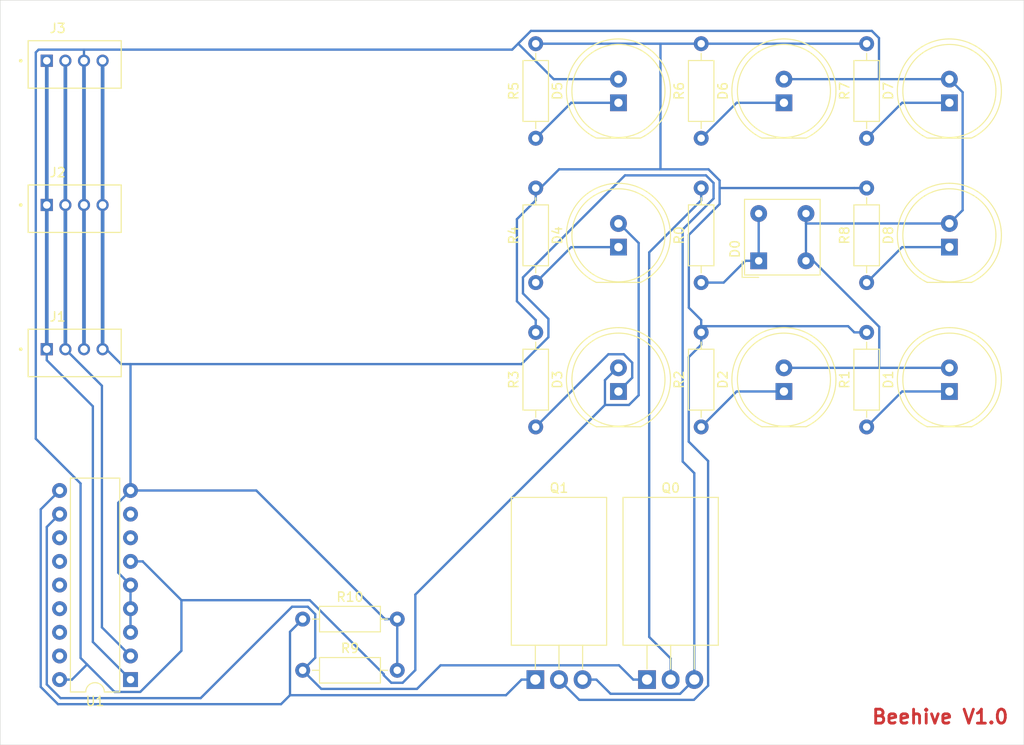
<source format=kicad_pcb>
(kicad_pcb (version 20171130) (host pcbnew "(5.1.10)-1")

  (general
    (thickness 1.6)
    (drawings 5)
    (tracks 186)
    (zones 0)
    (modules 26)
    (nets 18)
  )

  (page A4)
  (layers
    (0 F.Cu jumper)
    (31 B.Cu signal)
    (33 F.Adhes user)
    (35 F.Paste user)
    (37 F.SilkS user)
    (38 B.Mask user)
    (39 F.Mask user)
    (40 Dwgs.User user)
    (41 Cmts.User user)
    (42 Eco1.User user)
    (43 Eco2.User user)
    (44 Edge.Cuts user)
    (45 Margin user)
    (46 B.CrtYd user)
    (47 F.CrtYd user)
    (49 F.Fab user)
  )

  (setup
    (last_trace_width 0.4)
    (user_trace_width 0.4)
    (trace_clearance 0.2)
    (zone_clearance 0.508)
    (zone_45_only no)
    (trace_min 0.4)
    (via_size 0.8)
    (via_drill 0.4)
    (via_min_size 0.4)
    (via_min_drill 0.3)
    (uvia_size 0.3)
    (uvia_drill 0.1)
    (uvias_allowed no)
    (uvia_min_size 0.2)
    (uvia_min_drill 0.1)
    (edge_width 0.05)
    (segment_width 0.2)
    (pcb_text_width 0.3)
    (pcb_text_size 1.5 1.5)
    (mod_edge_width 0.12)
    (mod_text_size 1 1)
    (mod_text_width 0.15)
    (pad_size 1.524 1.524)
    (pad_drill 0.762)
    (pad_to_mask_clearance 0)
    (aux_axis_origin 0 0)
    (visible_elements 7FFFFFFF)
    (pcbplotparams
      (layerselection 0x010e8_ffffffff)
      (usegerberextensions false)
      (usegerberattributes true)
      (usegerberadvancedattributes true)
      (creategerberjobfile true)
      (excludeedgelayer true)
      (linewidth 0.100000)
      (plotframeref false)
      (viasonmask false)
      (mode 1)
      (useauxorigin false)
      (hpglpennumber 1)
      (hpglpenspeed 20)
      (hpglpendiameter 15.000000)
      (psnegative false)
      (psa4output false)
      (plotreference true)
      (plotvalue true)
      (plotinvisibletext false)
      (padsonsilk false)
      (subtractmaskfromsilk false)
      (outputformat 1)
      (mirror false)
      (drillshape 0)
      (scaleselection 1)
      (outputdirectory "gerber/"))
  )

  (net 0 "")
  (net 1 +5V)
  (net 2 "Net-(D1-Pad1)")
  (net 3 SCL)
  (net 4 SDA)
  (net 5 GND)
  (net 6 "Net-(Q1-Pad2)")
  (net 7 RedLight)
  (net 8 "Net-(D0-Pad1)")
  (net 9 "Net-(Q0-Pad2)")
  (net 10 WhiteLight)
  (net 11 "Net-(D2-Pad1)")
  (net 12 "Net-(D3-Pad1)")
  (net 13 "Net-(D4-Pad1)")
  (net 14 "Net-(D5-Pad1)")
  (net 15 "Net-(D6-Pad1)")
  (net 16 "Net-(D7-Pad1)")
  (net 17 "Net-(D8-Pad1)")

  (net_class Default "This is the default net class."
    (clearance 0.2)
    (trace_width 0.4)
    (via_dia 0.8)
    (via_drill 0.4)
    (uvia_dia 0.3)
    (uvia_drill 0.1)
    (diff_pair_width 0.4)
    (diff_pair_gap 0.25)
    (add_net +5V)
    (add_net GND)
    (add_net "Net-(D0-Pad1)")
    (add_net "Net-(D1-Pad1)")
    (add_net "Net-(D2-Pad1)")
    (add_net "Net-(D3-Pad1)")
    (add_net "Net-(D4-Pad1)")
    (add_net "Net-(D5-Pad1)")
    (add_net "Net-(D6-Pad1)")
    (add_net "Net-(D7-Pad1)")
    (add_net "Net-(D8-Pad1)")
    (add_net "Net-(Q0-Pad2)")
    (add_net "Net-(Q1-Pad2)")
    (add_net RedLight)
    (add_net SCL)
    (add_net SDA)
    (add_net WhiteLight)
  )

  (module Grove:SEEED_110990030 (layer F.Cu) (tedit 62A06391) (tstamp 62A193AD)
    (at 108 66.5)
    (path /62B781FF)
    (fp_text reference J3 (at -1.825 -3.485) (layer F.SilkS)
      (effects (font (size 1 1) (thickness 0.15)))
    )
    (fp_text value GroveConnector (at 4.525 4.385) (layer F.Fab)
      (effects (font (size 1 1) (thickness 0.15)))
    )
    (fp_circle (center -5.8 0) (end -5.7 0) (layer F.SilkS) (width 0.2))
    (fp_circle (center -5.8 0) (end -5.7 0) (layer F.Fab) (width 0.2))
    (fp_line (start -5.25 3.2) (end -5.25 -2.4) (layer F.CrtYd) (width 0.05))
    (fp_line (start 5.25 3.2) (end -5.25 3.2) (layer F.CrtYd) (width 0.05))
    (fp_line (start 5.25 -2.4) (end 5.25 3.2) (layer F.CrtYd) (width 0.05))
    (fp_line (start -5.25 -2.4) (end 5.25 -2.4) (layer F.CrtYd) (width 0.05))
    (fp_line (start -5 2.95) (end -5 -2.15) (layer F.SilkS) (width 0.127))
    (fp_line (start 5 2.95) (end -5 2.95) (layer F.SilkS) (width 0.127))
    (fp_line (start 5 -2.15) (end 5 2.95) (layer F.SilkS) (width 0.127))
    (fp_line (start -5 -2.15) (end 5 -2.15) (layer F.SilkS) (width 0.127))
    (fp_line (start -5 2.95) (end -5 -2.15) (layer F.Fab) (width 0.127))
    (fp_line (start 5 2.95) (end -5 2.95) (layer F.Fab) (width 0.127))
    (fp_line (start 5 -2.15) (end 5 2.95) (layer F.Fab) (width 0.127))
    (fp_line (start -5 -2.15) (end 5 -2.15) (layer F.Fab) (width 0.127))
    (pad 4 thru_hole circle (at 3 0) (size 1.308 1.308) (drill 0.8) (layers *.Cu *.Mask)
      (net 5 GND))
    (pad 3 thru_hole circle (at 1 0) (size 1.308 1.308) (drill 0.8) (layers *.Cu *.Mask)
      (net 1 +5V))
    (pad 2 thru_hole circle (at -1 0) (size 1.308 1.308) (drill 0.8) (layers *.Cu *.Mask)
      (net 4 SDA))
    (pad 1 thru_hole rect (at -3 0) (size 1.308 1.308) (drill 0.8) (layers *.Cu *.Mask)
      (net 3 SCL))
  )

  (module Grove:SEEED_110990030 (layer F.Cu) (tedit 62A06391) (tstamp 62A085C4)
    (at 108 82)
    (path /62B506F8)
    (fp_text reference J2 (at -1.825 -3.485) (layer F.SilkS)
      (effects (font (size 1 1) (thickness 0.15)))
    )
    (fp_text value GroveConnector (at 4.525 4.385) (layer F.Fab)
      (effects (font (size 1 1) (thickness 0.15)))
    )
    (fp_circle (center -5.8 0) (end -5.7 0) (layer F.SilkS) (width 0.2))
    (fp_circle (center -5.8 0) (end -5.7 0) (layer F.Fab) (width 0.2))
    (fp_line (start -5.25 3.2) (end -5.25 -2.4) (layer F.CrtYd) (width 0.05))
    (fp_line (start 5.25 3.2) (end -5.25 3.2) (layer F.CrtYd) (width 0.05))
    (fp_line (start 5.25 -2.4) (end 5.25 3.2) (layer F.CrtYd) (width 0.05))
    (fp_line (start -5.25 -2.4) (end 5.25 -2.4) (layer F.CrtYd) (width 0.05))
    (fp_line (start -5 2.95) (end -5 -2.15) (layer F.SilkS) (width 0.127))
    (fp_line (start 5 2.95) (end -5 2.95) (layer F.SilkS) (width 0.127))
    (fp_line (start 5 -2.15) (end 5 2.95) (layer F.SilkS) (width 0.127))
    (fp_line (start -5 -2.15) (end 5 -2.15) (layer F.SilkS) (width 0.127))
    (fp_line (start -5 2.95) (end -5 -2.15) (layer F.Fab) (width 0.127))
    (fp_line (start 5 2.95) (end -5 2.95) (layer F.Fab) (width 0.127))
    (fp_line (start 5 -2.15) (end 5 2.95) (layer F.Fab) (width 0.127))
    (fp_line (start -5 -2.15) (end 5 -2.15) (layer F.Fab) (width 0.127))
    (pad 4 thru_hole circle (at 3 0) (size 1.308 1.308) (drill 0.8) (layers *.Cu *.Mask)
      (net 5 GND))
    (pad 3 thru_hole circle (at 1 0) (size 1.308 1.308) (drill 0.8) (layers *.Cu *.Mask)
      (net 1 +5V))
    (pad 2 thru_hole circle (at -1 0) (size 1.308 1.308) (drill 0.8) (layers *.Cu *.Mask)
      (net 4 SDA))
    (pad 1 thru_hole rect (at -3 0) (size 1.308 1.308) (drill 0.8) (layers *.Cu *.Mask)
      (net 3 SCL))
  )

  (module Grove:SEEED_110990030 (layer F.Cu) (tedit 62A06391) (tstamp 62A185B6)
    (at 108 97.5)
    (path /629CB63C)
    (fp_text reference J1 (at -1.825 -3.485) (layer F.SilkS)
      (effects (font (size 1 1) (thickness 0.15)))
    )
    (fp_text value GroveConnector (at 4.525 4.385) (layer F.Fab)
      (effects (font (size 1 1) (thickness 0.15)))
    )
    (fp_circle (center -5.8 0) (end -5.7 0) (layer F.SilkS) (width 0.2))
    (fp_circle (center -5.8 0) (end -5.7 0) (layer F.Fab) (width 0.2))
    (fp_line (start -5.25 3.2) (end -5.25 -2.4) (layer F.CrtYd) (width 0.05))
    (fp_line (start 5.25 3.2) (end -5.25 3.2) (layer F.CrtYd) (width 0.05))
    (fp_line (start 5.25 -2.4) (end 5.25 3.2) (layer F.CrtYd) (width 0.05))
    (fp_line (start -5.25 -2.4) (end 5.25 -2.4) (layer F.CrtYd) (width 0.05))
    (fp_line (start -5 2.95) (end -5 -2.15) (layer F.SilkS) (width 0.127))
    (fp_line (start 5 2.95) (end -5 2.95) (layer F.SilkS) (width 0.127))
    (fp_line (start 5 -2.15) (end 5 2.95) (layer F.SilkS) (width 0.127))
    (fp_line (start -5 -2.15) (end 5 -2.15) (layer F.SilkS) (width 0.127))
    (fp_line (start -5 2.95) (end -5 -2.15) (layer F.Fab) (width 0.127))
    (fp_line (start 5 2.95) (end -5 2.95) (layer F.Fab) (width 0.127))
    (fp_line (start 5 -2.15) (end 5 2.95) (layer F.Fab) (width 0.127))
    (fp_line (start -5 -2.15) (end 5 -2.15) (layer F.Fab) (width 0.127))
    (pad 4 thru_hole circle (at 3 0) (size 1.308 1.308) (drill 0.8) (layers *.Cu *.Mask)
      (net 5 GND))
    (pad 3 thru_hole circle (at 1 0) (size 1.308 1.308) (drill 0.8) (layers *.Cu *.Mask)
      (net 1 +5V))
    (pad 2 thru_hole circle (at -1 0) (size 1.308 1.308) (drill 0.8) (layers *.Cu *.Mask)
      (net 4 SDA))
    (pad 1 thru_hole rect (at -3 0) (size 1.308 1.308) (drill 0.8) (layers *.Cu *.Mask)
      (net 3 SCL))
  )

  (module Resistor_THT:R_Axial_DIN0207_L6.3mm_D2.5mm_P10.16mm_Horizontal (layer F.Cu) (tedit 5AE5139B) (tstamp 62A19BBF)
    (at 132.5 126.5)
    (descr "Resistor, Axial_DIN0207 series, Axial, Horizontal, pin pitch=10.16mm, 0.25W = 1/4W, length*diameter=6.3*2.5mm^2, http://cdn-reichelt.de/documents/datenblatt/B400/1_4W%23YAG.pdf")
    (tags "Resistor Axial_DIN0207 series Axial Horizontal pin pitch 10.16mm 0.25W = 1/4W length 6.3mm diameter 2.5mm")
    (path /62B98026)
    (fp_text reference R10 (at 5.08 -2.37) (layer F.SilkS)
      (effects (font (size 1 1) (thickness 0.15)))
    )
    (fp_text value 10K (at 5.08 2.37) (layer F.Fab)
      (effects (font (size 1 1) (thickness 0.15)))
    )
    (fp_line (start 1.93 -1.25) (end 1.93 1.25) (layer F.Fab) (width 0.1))
    (fp_line (start 1.93 1.25) (end 8.23 1.25) (layer F.Fab) (width 0.1))
    (fp_line (start 8.23 1.25) (end 8.23 -1.25) (layer F.Fab) (width 0.1))
    (fp_line (start 8.23 -1.25) (end 1.93 -1.25) (layer F.Fab) (width 0.1))
    (fp_line (start 0 0) (end 1.93 0) (layer F.Fab) (width 0.1))
    (fp_line (start 10.16 0) (end 8.23 0) (layer F.Fab) (width 0.1))
    (fp_line (start 1.81 -1.37) (end 1.81 1.37) (layer F.SilkS) (width 0.12))
    (fp_line (start 1.81 1.37) (end 8.35 1.37) (layer F.SilkS) (width 0.12))
    (fp_line (start 8.35 1.37) (end 8.35 -1.37) (layer F.SilkS) (width 0.12))
    (fp_line (start 8.35 -1.37) (end 1.81 -1.37) (layer F.SilkS) (width 0.12))
    (fp_line (start 1.04 0) (end 1.81 0) (layer F.SilkS) (width 0.12))
    (fp_line (start 9.12 0) (end 8.35 0) (layer F.SilkS) (width 0.12))
    (fp_line (start -1.05 -1.5) (end -1.05 1.5) (layer F.CrtYd) (width 0.05))
    (fp_line (start -1.05 1.5) (end 11.21 1.5) (layer F.CrtYd) (width 0.05))
    (fp_line (start 11.21 1.5) (end 11.21 -1.5) (layer F.CrtYd) (width 0.05))
    (fp_line (start 11.21 -1.5) (end -1.05 -1.5) (layer F.CrtYd) (width 0.05))
    (fp_text user %R (at 5 0.5) (layer F.Fab)
      (effects (font (size 1 1) (thickness 0.15)))
    )
    (pad 2 thru_hole oval (at 10.16 0) (size 1.6 1.6) (drill 0.8) (layers *.Cu *.Mask)
      (net 5 GND))
    (pad 1 thru_hole circle (at 0 0) (size 1.6 1.6) (drill 0.8) (layers *.Cu *.Mask)
      (net 7 RedLight))
    (model ${KISYS3DMOD}/Resistor_THT.3dshapes/R_Axial_DIN0207_L6.3mm_D2.5mm_P10.16mm_Horizontal.wrl
      (at (xyz 0 0 0))
      (scale (xyz 1 1 1))
      (rotate (xyz 0 0 0))
    )
  )

  (module Resistor_THT:R_Axial_DIN0207_L6.3mm_D2.5mm_P10.16mm_Horizontal (layer F.Cu) (tedit 5AE5139B) (tstamp 62A0B216)
    (at 132.5 132)
    (descr "Resistor, Axial_DIN0207 series, Axial, Horizontal, pin pitch=10.16mm, 0.25W = 1/4W, length*diameter=6.3*2.5mm^2, http://cdn-reichelt.de/documents/datenblatt/B400/1_4W%23YAG.pdf")
    (tags "Resistor Axial_DIN0207 series Axial Horizontal pin pitch 10.16mm 0.25W = 1/4W length 6.3mm diameter 2.5mm")
    (path /62BA6C85)
    (fp_text reference R9 (at 5.08 -2.37) (layer F.SilkS)
      (effects (font (size 1 1) (thickness 0.15)))
    )
    (fp_text value 10K (at 5.08 2.37) (layer F.Fab)
      (effects (font (size 1 1) (thickness 0.15)))
    )
    (fp_line (start 1.93 -1.25) (end 1.93 1.25) (layer F.Fab) (width 0.1))
    (fp_line (start 1.93 1.25) (end 8.23 1.25) (layer F.Fab) (width 0.1))
    (fp_line (start 8.23 1.25) (end 8.23 -1.25) (layer F.Fab) (width 0.1))
    (fp_line (start 8.23 -1.25) (end 1.93 -1.25) (layer F.Fab) (width 0.1))
    (fp_line (start 0 0) (end 1.93 0) (layer F.Fab) (width 0.1))
    (fp_line (start 10.16 0) (end 8.23 0) (layer F.Fab) (width 0.1))
    (fp_line (start 1.81 -1.37) (end 1.81 1.37) (layer F.SilkS) (width 0.12))
    (fp_line (start 1.81 1.37) (end 8.35 1.37) (layer F.SilkS) (width 0.12))
    (fp_line (start 8.35 1.37) (end 8.35 -1.37) (layer F.SilkS) (width 0.12))
    (fp_line (start 8.35 -1.37) (end 1.81 -1.37) (layer F.SilkS) (width 0.12))
    (fp_line (start 1.04 0) (end 1.81 0) (layer F.SilkS) (width 0.12))
    (fp_line (start 9.12 0) (end 8.35 0) (layer F.SilkS) (width 0.12))
    (fp_line (start -1.05 -1.5) (end -1.05 1.5) (layer F.CrtYd) (width 0.05))
    (fp_line (start -1.05 1.5) (end 11.21 1.5) (layer F.CrtYd) (width 0.05))
    (fp_line (start 11.21 1.5) (end 11.21 -1.5) (layer F.CrtYd) (width 0.05))
    (fp_line (start 11.21 -1.5) (end -1.05 -1.5) (layer F.CrtYd) (width 0.05))
    (fp_text user %R (at 5.08 0) (layer F.Fab)
      (effects (font (size 1 1) (thickness 0.15)))
    )
    (pad 2 thru_hole oval (at 10.16 0) (size 1.6 1.6) (drill 0.8) (layers *.Cu *.Mask)
      (net 5 GND))
    (pad 1 thru_hole circle (at 0 0) (size 1.6 1.6) (drill 0.8) (layers *.Cu *.Mask)
      (net 10 WhiteLight))
    (model ${KISYS3DMOD}/Resistor_THT.3dshapes/R_Axial_DIN0207_L6.3mm_D2.5mm_P10.16mm_Horizontal.wrl
      (at (xyz 0 0 0))
      (scale (xyz 1 1 1))
      (rotate (xyz 0 0 0))
    )
  )

  (module Resistor_THT:R_Axial_DIN0207_L6.3mm_D2.5mm_P10.16mm_Horizontal (layer F.Cu) (tedit 5AE5139B) (tstamp 629E0753)
    (at 193.1 90.34 90)
    (descr "Resistor, Axial_DIN0207 series, Axial, Horizontal, pin pitch=10.16mm, 0.25W = 1/4W, length*diameter=6.3*2.5mm^2, http://cdn-reichelt.de/documents/datenblatt/B400/1_4W%23YAG.pdf")
    (tags "Resistor Axial_DIN0207 series Axial Horizontal pin pitch 10.16mm 0.25W = 1/4W length 6.3mm diameter 2.5mm")
    (path /62A4532F)
    (fp_text reference R8 (at 5.08 -2.37 90) (layer F.SilkS)
      (effects (font (size 1 1) (thickness 0.15)))
    )
    (fp_text value 150 (at 5.08 2.37 90) (layer F.Fab)
      (effects (font (size 1 1) (thickness 0.15)))
    )
    (fp_line (start 11.21 -1.5) (end -1.05 -1.5) (layer F.CrtYd) (width 0.05))
    (fp_line (start 11.21 1.5) (end 11.21 -1.5) (layer F.CrtYd) (width 0.05))
    (fp_line (start -1.05 1.5) (end 11.21 1.5) (layer F.CrtYd) (width 0.05))
    (fp_line (start -1.05 -1.5) (end -1.05 1.5) (layer F.CrtYd) (width 0.05))
    (fp_line (start 9.12 0) (end 8.35 0) (layer F.SilkS) (width 0.12))
    (fp_line (start 1.04 0) (end 1.81 0) (layer F.SilkS) (width 0.12))
    (fp_line (start 8.35 -1.37) (end 1.81 -1.37) (layer F.SilkS) (width 0.12))
    (fp_line (start 8.35 1.37) (end 8.35 -1.37) (layer F.SilkS) (width 0.12))
    (fp_line (start 1.81 1.37) (end 8.35 1.37) (layer F.SilkS) (width 0.12))
    (fp_line (start 1.81 -1.37) (end 1.81 1.37) (layer F.SilkS) (width 0.12))
    (fp_line (start 10.16 0) (end 8.23 0) (layer F.Fab) (width 0.1))
    (fp_line (start 0 0) (end 1.93 0) (layer F.Fab) (width 0.1))
    (fp_line (start 8.23 -1.25) (end 1.93 -1.25) (layer F.Fab) (width 0.1))
    (fp_line (start 8.23 1.25) (end 8.23 -1.25) (layer F.Fab) (width 0.1))
    (fp_line (start 1.93 1.25) (end 8.23 1.25) (layer F.Fab) (width 0.1))
    (fp_line (start 1.93 -1.25) (end 1.93 1.25) (layer F.Fab) (width 0.1))
    (fp_text user %R (at 5.08 0 90) (layer F.Fab)
      (effects (font (size 1 1) (thickness 0.15)))
    )
    (pad 2 thru_hole oval (at 10.16 0 90) (size 1.6 1.6) (drill 0.8) (layers *.Cu *.Mask)
      (net 6 "Net-(Q1-Pad2)"))
    (pad 1 thru_hole circle (at 0 0 90) (size 1.6 1.6) (drill 0.8) (layers *.Cu *.Mask)
      (net 17 "Net-(D8-Pad1)"))
    (model ${KISYS3DMOD}/Resistor_THT.3dshapes/R_Axial_DIN0207_L6.3mm_D2.5mm_P10.16mm_Horizontal.wrl
      (at (xyz 0 0 0))
      (scale (xyz 1 1 1))
      (rotate (xyz 0 0 0))
    )
  )

  (module Resistor_THT:R_Axial_DIN0207_L6.3mm_D2.5mm_P10.16mm_Horizontal (layer F.Cu) (tedit 5AE5139B) (tstamp 629E073C)
    (at 193.1 74.83 90)
    (descr "Resistor, Axial_DIN0207 series, Axial, Horizontal, pin pitch=10.16mm, 0.25W = 1/4W, length*diameter=6.3*2.5mm^2, http://cdn-reichelt.de/documents/datenblatt/B400/1_4W%23YAG.pdf")
    (tags "Resistor Axial_DIN0207 series Axial Horizontal pin pitch 10.16mm 0.25W = 1/4W length 6.3mm diameter 2.5mm")
    (path /62A452F7)
    (fp_text reference R7 (at 5.08 -2.37 90) (layer F.SilkS)
      (effects (font (size 1 1) (thickness 0.15)))
    )
    (fp_text value 150 (at 5.08 2.37 90) (layer F.Fab)
      (effects (font (size 1 1) (thickness 0.15)))
    )
    (fp_line (start 11.21 -1.5) (end -1.05 -1.5) (layer F.CrtYd) (width 0.05))
    (fp_line (start 11.21 1.5) (end 11.21 -1.5) (layer F.CrtYd) (width 0.05))
    (fp_line (start -1.05 1.5) (end 11.21 1.5) (layer F.CrtYd) (width 0.05))
    (fp_line (start -1.05 -1.5) (end -1.05 1.5) (layer F.CrtYd) (width 0.05))
    (fp_line (start 9.12 0) (end 8.35 0) (layer F.SilkS) (width 0.12))
    (fp_line (start 1.04 0) (end 1.81 0) (layer F.SilkS) (width 0.12))
    (fp_line (start 8.35 -1.37) (end 1.81 -1.37) (layer F.SilkS) (width 0.12))
    (fp_line (start 8.35 1.37) (end 8.35 -1.37) (layer F.SilkS) (width 0.12))
    (fp_line (start 1.81 1.37) (end 8.35 1.37) (layer F.SilkS) (width 0.12))
    (fp_line (start 1.81 -1.37) (end 1.81 1.37) (layer F.SilkS) (width 0.12))
    (fp_line (start 10.16 0) (end 8.23 0) (layer F.Fab) (width 0.1))
    (fp_line (start 0 0) (end 1.93 0) (layer F.Fab) (width 0.1))
    (fp_line (start 8.23 -1.25) (end 1.93 -1.25) (layer F.Fab) (width 0.1))
    (fp_line (start 8.23 1.25) (end 8.23 -1.25) (layer F.Fab) (width 0.1))
    (fp_line (start 1.93 1.25) (end 8.23 1.25) (layer F.Fab) (width 0.1))
    (fp_line (start 1.93 -1.25) (end 1.93 1.25) (layer F.Fab) (width 0.1))
    (fp_text user %R (at 5.08 0 90) (layer F.Fab)
      (effects (font (size 1 1) (thickness 0.15)))
    )
    (pad 2 thru_hole oval (at 10.16 0 90) (size 1.6 1.6) (drill 0.8) (layers *.Cu *.Mask)
      (net 6 "Net-(Q1-Pad2)"))
    (pad 1 thru_hole circle (at 0 0 90) (size 1.6 1.6) (drill 0.8) (layers *.Cu *.Mask)
      (net 16 "Net-(D7-Pad1)"))
    (model ${KISYS3DMOD}/Resistor_THT.3dshapes/R_Axial_DIN0207_L6.3mm_D2.5mm_P10.16mm_Horizontal.wrl
      (at (xyz 0 0 0))
      (scale (xyz 1 1 1))
      (rotate (xyz 0 0 0))
    )
  )

  (module Resistor_THT:R_Axial_DIN0207_L6.3mm_D2.5mm_P10.16mm_Horizontal (layer F.Cu) (tedit 5AE5139B) (tstamp 629E0725)
    (at 175.32 74.83 90)
    (descr "Resistor, Axial_DIN0207 series, Axial, Horizontal, pin pitch=10.16mm, 0.25W = 1/4W, length*diameter=6.3*2.5mm^2, http://cdn-reichelt.de/documents/datenblatt/B400/1_4W%23YAG.pdf")
    (tags "Resistor Axial_DIN0207 series Axial Horizontal pin pitch 10.16mm 0.25W = 1/4W length 6.3mm diameter 2.5mm")
    (path /62A452BF)
    (fp_text reference R6 (at 5.08 -2.37 90) (layer F.SilkS)
      (effects (font (size 1 1) (thickness 0.15)))
    )
    (fp_text value 150 (at 5.08 2.37 90) (layer F.Fab)
      (effects (font (size 1 1) (thickness 0.15)))
    )
    (fp_line (start 11.21 -1.5) (end -1.05 -1.5) (layer F.CrtYd) (width 0.05))
    (fp_line (start 11.21 1.5) (end 11.21 -1.5) (layer F.CrtYd) (width 0.05))
    (fp_line (start -1.05 1.5) (end 11.21 1.5) (layer F.CrtYd) (width 0.05))
    (fp_line (start -1.05 -1.5) (end -1.05 1.5) (layer F.CrtYd) (width 0.05))
    (fp_line (start 9.12 0) (end 8.35 0) (layer F.SilkS) (width 0.12))
    (fp_line (start 1.04 0) (end 1.81 0) (layer F.SilkS) (width 0.12))
    (fp_line (start 8.35 -1.37) (end 1.81 -1.37) (layer F.SilkS) (width 0.12))
    (fp_line (start 8.35 1.37) (end 8.35 -1.37) (layer F.SilkS) (width 0.12))
    (fp_line (start 1.81 1.37) (end 8.35 1.37) (layer F.SilkS) (width 0.12))
    (fp_line (start 1.81 -1.37) (end 1.81 1.37) (layer F.SilkS) (width 0.12))
    (fp_line (start 10.16 0) (end 8.23 0) (layer F.Fab) (width 0.1))
    (fp_line (start 0 0) (end 1.93 0) (layer F.Fab) (width 0.1))
    (fp_line (start 8.23 -1.25) (end 1.93 -1.25) (layer F.Fab) (width 0.1))
    (fp_line (start 8.23 1.25) (end 8.23 -1.25) (layer F.Fab) (width 0.1))
    (fp_line (start 1.93 1.25) (end 8.23 1.25) (layer F.Fab) (width 0.1))
    (fp_line (start 1.93 -1.25) (end 1.93 1.25) (layer F.Fab) (width 0.1))
    (fp_text user %R (at 5.08 0 90) (layer F.Fab)
      (effects (font (size 1 1) (thickness 0.15)))
    )
    (pad 2 thru_hole oval (at 10.16 0 90) (size 1.6 1.6) (drill 0.8) (layers *.Cu *.Mask)
      (net 6 "Net-(Q1-Pad2)"))
    (pad 1 thru_hole circle (at 0 0 90) (size 1.6 1.6) (drill 0.8) (layers *.Cu *.Mask)
      (net 15 "Net-(D6-Pad1)"))
    (model ${KISYS3DMOD}/Resistor_THT.3dshapes/R_Axial_DIN0207_L6.3mm_D2.5mm_P10.16mm_Horizontal.wrl
      (at (xyz 0 0 0))
      (scale (xyz 1 1 1))
      (rotate (xyz 0 0 0))
    )
  )

  (module Resistor_THT:R_Axial_DIN0207_L6.3mm_D2.5mm_P10.16mm_Horizontal (layer F.Cu) (tedit 5AE5139B) (tstamp 62A0905B)
    (at 157.54 74.83 90)
    (descr "Resistor, Axial_DIN0207 series, Axial, Horizontal, pin pitch=10.16mm, 0.25W = 1/4W, length*diameter=6.3*2.5mm^2, http://cdn-reichelt.de/documents/datenblatt/B400/1_4W%23YAG.pdf")
    (tags "Resistor Axial_DIN0207 series Axial Horizontal pin pitch 10.16mm 0.25W = 1/4W length 6.3mm diameter 2.5mm")
    (path /62A45287)
    (fp_text reference R5 (at 5.08 -2.37 90) (layer F.SilkS)
      (effects (font (size 1 1) (thickness 0.15)))
    )
    (fp_text value 150 (at 5.08 2.37 90) (layer F.Fab)
      (effects (font (size 1 1) (thickness 0.15)))
    )
    (fp_line (start 11.21 -1.5) (end -1.05 -1.5) (layer F.CrtYd) (width 0.05))
    (fp_line (start 11.21 1.5) (end 11.21 -1.5) (layer F.CrtYd) (width 0.05))
    (fp_line (start -1.05 1.5) (end 11.21 1.5) (layer F.CrtYd) (width 0.05))
    (fp_line (start -1.05 -1.5) (end -1.05 1.5) (layer F.CrtYd) (width 0.05))
    (fp_line (start 9.12 0) (end 8.35 0) (layer F.SilkS) (width 0.12))
    (fp_line (start 1.04 0) (end 1.81 0) (layer F.SilkS) (width 0.12))
    (fp_line (start 8.35 -1.37) (end 1.81 -1.37) (layer F.SilkS) (width 0.12))
    (fp_line (start 8.35 1.37) (end 8.35 -1.37) (layer F.SilkS) (width 0.12))
    (fp_line (start 1.81 1.37) (end 8.35 1.37) (layer F.SilkS) (width 0.12))
    (fp_line (start 1.81 -1.37) (end 1.81 1.37) (layer F.SilkS) (width 0.12))
    (fp_line (start 10.16 0) (end 8.23 0) (layer F.Fab) (width 0.1))
    (fp_line (start 0 0) (end 1.93 0) (layer F.Fab) (width 0.1))
    (fp_line (start 8.23 -1.25) (end 1.93 -1.25) (layer F.Fab) (width 0.1))
    (fp_line (start 8.23 1.25) (end 8.23 -1.25) (layer F.Fab) (width 0.1))
    (fp_line (start 1.93 1.25) (end 8.23 1.25) (layer F.Fab) (width 0.1))
    (fp_line (start 1.93 -1.25) (end 1.93 1.25) (layer F.Fab) (width 0.1))
    (fp_text user %R (at 5.08 0 90) (layer F.Fab)
      (effects (font (size 1 1) (thickness 0.15)))
    )
    (pad 2 thru_hole oval (at 10.16 0 90) (size 1.6 1.6) (drill 0.8) (layers *.Cu *.Mask)
      (net 6 "Net-(Q1-Pad2)"))
    (pad 1 thru_hole circle (at 0 0 90) (size 1.6 1.6) (drill 0.8) (layers *.Cu *.Mask)
      (net 14 "Net-(D5-Pad1)"))
    (model ${KISYS3DMOD}/Resistor_THT.3dshapes/R_Axial_DIN0207_L6.3mm_D2.5mm_P10.16mm_Horizontal.wrl
      (at (xyz 0 0 0))
      (scale (xyz 1 1 1))
      (rotate (xyz 0 0 0))
    )
  )

  (module Resistor_THT:R_Axial_DIN0207_L6.3mm_D2.5mm_P10.16mm_Horizontal (layer F.Cu) (tedit 5AE5139B) (tstamp 629E06F7)
    (at 157.54 90.34 90)
    (descr "Resistor, Axial_DIN0207 series, Axial, Horizontal, pin pitch=10.16mm, 0.25W = 1/4W, length*diameter=6.3*2.5mm^2, http://cdn-reichelt.de/documents/datenblatt/B400/1_4W%23YAG.pdf")
    (tags "Resistor Axial_DIN0207 series Axial Horizontal pin pitch 10.16mm 0.25W = 1/4W length 6.3mm diameter 2.5mm")
    (path /62A2FC6C)
    (fp_text reference R4 (at 5.08 -2.37 90) (layer F.SilkS)
      (effects (font (size 1 1) (thickness 0.15)))
    )
    (fp_text value 150 (at 5.08 2.37 90) (layer F.Fab)
      (effects (font (size 1 1) (thickness 0.15)))
    )
    (fp_line (start 11.21 -1.5) (end -1.05 -1.5) (layer F.CrtYd) (width 0.05))
    (fp_line (start 11.21 1.5) (end 11.21 -1.5) (layer F.CrtYd) (width 0.05))
    (fp_line (start -1.05 1.5) (end 11.21 1.5) (layer F.CrtYd) (width 0.05))
    (fp_line (start -1.05 -1.5) (end -1.05 1.5) (layer F.CrtYd) (width 0.05))
    (fp_line (start 9.12 0) (end 8.35 0) (layer F.SilkS) (width 0.12))
    (fp_line (start 1.04 0) (end 1.81 0) (layer F.SilkS) (width 0.12))
    (fp_line (start 8.35 -1.37) (end 1.81 -1.37) (layer F.SilkS) (width 0.12))
    (fp_line (start 8.35 1.37) (end 8.35 -1.37) (layer F.SilkS) (width 0.12))
    (fp_line (start 1.81 1.37) (end 8.35 1.37) (layer F.SilkS) (width 0.12))
    (fp_line (start 1.81 -1.37) (end 1.81 1.37) (layer F.SilkS) (width 0.12))
    (fp_line (start 10.16 0) (end 8.23 0) (layer F.Fab) (width 0.1))
    (fp_line (start 0 0) (end 1.93 0) (layer F.Fab) (width 0.1))
    (fp_line (start 8.23 -1.25) (end 1.93 -1.25) (layer F.Fab) (width 0.1))
    (fp_line (start 8.23 1.25) (end 8.23 -1.25) (layer F.Fab) (width 0.1))
    (fp_line (start 1.93 1.25) (end 8.23 1.25) (layer F.Fab) (width 0.1))
    (fp_line (start 1.93 -1.25) (end 1.93 1.25) (layer F.Fab) (width 0.1))
    (fp_text user %R (at 5.08 0 90) (layer F.Fab)
      (effects (font (size 1 1) (thickness 0.15)))
    )
    (pad 2 thru_hole oval (at 10.16 0 90) (size 1.6 1.6) (drill 0.8) (layers *.Cu *.Mask)
      (net 6 "Net-(Q1-Pad2)"))
    (pad 1 thru_hole circle (at 0 0 90) (size 1.6 1.6) (drill 0.8) (layers *.Cu *.Mask)
      (net 13 "Net-(D4-Pad1)"))
    (model ${KISYS3DMOD}/Resistor_THT.3dshapes/R_Axial_DIN0207_L6.3mm_D2.5mm_P10.16mm_Horizontal.wrl
      (at (xyz 0 0 0))
      (scale (xyz 1 1 1))
      (rotate (xyz 0 0 0))
    )
  )

  (module Resistor_THT:R_Axial_DIN0207_L6.3mm_D2.5mm_P10.16mm_Horizontal (layer F.Cu) (tedit 5AE5139B) (tstamp 629E06E0)
    (at 157.54 105.85 90)
    (descr "Resistor, Axial_DIN0207 series, Axial, Horizontal, pin pitch=10.16mm, 0.25W = 1/4W, length*diameter=6.3*2.5mm^2, http://cdn-reichelt.de/documents/datenblatt/B400/1_4W%23YAG.pdf")
    (tags "Resistor Axial_DIN0207 series Axial Horizontal pin pitch 10.16mm 0.25W = 1/4W length 6.3mm diameter 2.5mm")
    (path /62A2FC34)
    (fp_text reference R3 (at 5.08 -2.37 90) (layer F.SilkS)
      (effects (font (size 1 1) (thickness 0.15)))
    )
    (fp_text value 150 (at 5.08 2.37 90) (layer F.Fab)
      (effects (font (size 1 1) (thickness 0.15)))
    )
    (fp_line (start 11.21 -1.5) (end -1.05 -1.5) (layer F.CrtYd) (width 0.05))
    (fp_line (start 11.21 1.5) (end 11.21 -1.5) (layer F.CrtYd) (width 0.05))
    (fp_line (start -1.05 1.5) (end 11.21 1.5) (layer F.CrtYd) (width 0.05))
    (fp_line (start -1.05 -1.5) (end -1.05 1.5) (layer F.CrtYd) (width 0.05))
    (fp_line (start 9.12 0) (end 8.35 0) (layer F.SilkS) (width 0.12))
    (fp_line (start 1.04 0) (end 1.81 0) (layer F.SilkS) (width 0.12))
    (fp_line (start 8.35 -1.37) (end 1.81 -1.37) (layer F.SilkS) (width 0.12))
    (fp_line (start 8.35 1.37) (end 8.35 -1.37) (layer F.SilkS) (width 0.12))
    (fp_line (start 1.81 1.37) (end 8.35 1.37) (layer F.SilkS) (width 0.12))
    (fp_line (start 1.81 -1.37) (end 1.81 1.37) (layer F.SilkS) (width 0.12))
    (fp_line (start 10.16 0) (end 8.23 0) (layer F.Fab) (width 0.1))
    (fp_line (start 0 0) (end 1.93 0) (layer F.Fab) (width 0.1))
    (fp_line (start 8.23 -1.25) (end 1.93 -1.25) (layer F.Fab) (width 0.1))
    (fp_line (start 8.23 1.25) (end 8.23 -1.25) (layer F.Fab) (width 0.1))
    (fp_line (start 1.93 1.25) (end 8.23 1.25) (layer F.Fab) (width 0.1))
    (fp_line (start 1.93 -1.25) (end 1.93 1.25) (layer F.Fab) (width 0.1))
    (fp_text user %R (at 5.08 0 90) (layer F.Fab)
      (effects (font (size 1 1) (thickness 0.15)))
    )
    (pad 2 thru_hole oval (at 10.16 0 90) (size 1.6 1.6) (drill 0.8) (layers *.Cu *.Mask)
      (net 6 "Net-(Q1-Pad2)"))
    (pad 1 thru_hole circle (at 0 0 90) (size 1.6 1.6) (drill 0.8) (layers *.Cu *.Mask)
      (net 12 "Net-(D3-Pad1)"))
    (model ${KISYS3DMOD}/Resistor_THT.3dshapes/R_Axial_DIN0207_L6.3mm_D2.5mm_P10.16mm_Horizontal.wrl
      (at (xyz 0 0 0))
      (scale (xyz 1 1 1))
      (rotate (xyz 0 0 0))
    )
  )

  (module Resistor_THT:R_Axial_DIN0207_L6.3mm_D2.5mm_P10.16mm_Horizontal (layer F.Cu) (tedit 5AE5139B) (tstamp 629E06C9)
    (at 175.32 105.85 90)
    (descr "Resistor, Axial_DIN0207 series, Axial, Horizontal, pin pitch=10.16mm, 0.25W = 1/4W, length*diameter=6.3*2.5mm^2, http://cdn-reichelt.de/documents/datenblatt/B400/1_4W%23YAG.pdf")
    (tags "Resistor Axial_DIN0207 series Axial Horizontal pin pitch 10.16mm 0.25W = 1/4W length 6.3mm diameter 2.5mm")
    (path /62A10753)
    (fp_text reference R2 (at 5.08 -2.37 90) (layer F.SilkS)
      (effects (font (size 1 1) (thickness 0.15)))
    )
    (fp_text value 150 (at 5.08 2.37 90) (layer F.Fab)
      (effects (font (size 1 1) (thickness 0.15)))
    )
    (fp_line (start 11.21 -1.5) (end -1.05 -1.5) (layer F.CrtYd) (width 0.05))
    (fp_line (start 11.21 1.5) (end 11.21 -1.5) (layer F.CrtYd) (width 0.05))
    (fp_line (start -1.05 1.5) (end 11.21 1.5) (layer F.CrtYd) (width 0.05))
    (fp_line (start -1.05 -1.5) (end -1.05 1.5) (layer F.CrtYd) (width 0.05))
    (fp_line (start 9.12 0) (end 8.35 0) (layer F.SilkS) (width 0.12))
    (fp_line (start 1.04 0) (end 1.81 0) (layer F.SilkS) (width 0.12))
    (fp_line (start 8.35 -1.37) (end 1.81 -1.37) (layer F.SilkS) (width 0.12))
    (fp_line (start 8.35 1.37) (end 8.35 -1.37) (layer F.SilkS) (width 0.12))
    (fp_line (start 1.81 1.37) (end 8.35 1.37) (layer F.SilkS) (width 0.12))
    (fp_line (start 1.81 -1.37) (end 1.81 1.37) (layer F.SilkS) (width 0.12))
    (fp_line (start 10.16 0) (end 8.23 0) (layer F.Fab) (width 0.1))
    (fp_line (start 0 0) (end 1.93 0) (layer F.Fab) (width 0.1))
    (fp_line (start 8.23 -1.25) (end 1.93 -1.25) (layer F.Fab) (width 0.1))
    (fp_line (start 8.23 1.25) (end 8.23 -1.25) (layer F.Fab) (width 0.1))
    (fp_line (start 1.93 1.25) (end 8.23 1.25) (layer F.Fab) (width 0.1))
    (fp_line (start 1.93 -1.25) (end 1.93 1.25) (layer F.Fab) (width 0.1))
    (fp_text user %R (at 5.08 0 90) (layer F.Fab)
      (effects (font (size 1 1) (thickness 0.15)))
    )
    (pad 2 thru_hole oval (at 10.16 0 90) (size 1.6 1.6) (drill 0.8) (layers *.Cu *.Mask)
      (net 6 "Net-(Q1-Pad2)"))
    (pad 1 thru_hole circle (at 0 0 90) (size 1.6 1.6) (drill 0.8) (layers *.Cu *.Mask)
      (net 11 "Net-(D2-Pad1)"))
    (model ${KISYS3DMOD}/Resistor_THT.3dshapes/R_Axial_DIN0207_L6.3mm_D2.5mm_P10.16mm_Horizontal.wrl
      (at (xyz 0 0 0))
      (scale (xyz 1 1 1))
      (rotate (xyz 0 0 0))
    )
  )

  (module LED_THT:LED_D10.0mm (layer F.Cu) (tedit 587A3A7B) (tstamp 629E05B0)
    (at 201.99 86.53 90)
    (descr "LED, diameter 10.0mm, 2 pins, http://cdn-reichelt.de/documents/datenblatt/A500/LED10-4500RT%23KIN.pdf")
    (tags "LED diameter 10.0mm 2 pins")
    (path /62A45339)
    (fp_text reference D8 (at 1.27 -6.56 90) (layer F.SilkS)
      (effects (font (size 1 1) (thickness 0.15)))
    )
    (fp_text value LED (at 1.27 6.56 90) (layer F.Fab)
      (effects (font (size 1 1) (thickness 0.15)))
    )
    (fp_line (start 7.1 -5.85) (end -4.55 -5.85) (layer F.CrtYd) (width 0.05))
    (fp_line (start 7.1 5.85) (end 7.1 -5.85) (layer F.CrtYd) (width 0.05))
    (fp_line (start -4.55 5.85) (end 7.1 5.85) (layer F.CrtYd) (width 0.05))
    (fp_line (start -4.55 -5.85) (end -4.55 5.85) (layer F.CrtYd) (width 0.05))
    (fp_line (start -3.79 -2.376) (end -3.79 2.376) (layer F.SilkS) (width 0.12))
    (fp_line (start -3.73 -2.291288) (end -3.73 2.291288) (layer F.Fab) (width 0.1))
    (fp_circle (center 1.27 0) (end 6.27 0) (layer F.SilkS) (width 0.12))
    (fp_circle (center 1.27 0) (end 6.27 0) (layer F.Fab) (width 0.1))
    (fp_arc (start 1.27 0) (end -3.79 2.375816) (angle -154.8) (layer F.SilkS) (width 0.12))
    (fp_arc (start 1.27 0) (end -3.79 -2.375816) (angle 154.8) (layer F.SilkS) (width 0.12))
    (fp_arc (start 1.27 0) (end -3.73 -2.291288) (angle 310.8) (layer F.Fab) (width 0.1))
    (pad 2 thru_hole circle (at 2.54 0 90) (size 1.8 1.8) (drill 0.9) (layers *.Cu *.Mask)
      (net 1 +5V))
    (pad 1 thru_hole rect (at 0 0 90) (size 1.8 1.8) (drill 0.9) (layers *.Cu *.Mask)
      (net 17 "Net-(D8-Pad1)"))
    (model ${KISYS3DMOD}/LED_THT.3dshapes/LED_D10.0mm.wrl
      (at (xyz 0 0 0))
      (scale (xyz 1 1 1))
      (rotate (xyz 0 0 0))
    )
  )

  (module LED_THT:LED_D10.0mm (layer F.Cu) (tedit 587A3A7B) (tstamp 629E059F)
    (at 201.99 71.02 90)
    (descr "LED, diameter 10.0mm, 2 pins, http://cdn-reichelt.de/documents/datenblatt/A500/LED10-4500RT%23KIN.pdf")
    (tags "LED diameter 10.0mm 2 pins")
    (path /62A45301)
    (fp_text reference D7 (at 1.27 -6.56 90) (layer F.SilkS)
      (effects (font (size 1 1) (thickness 0.15)))
    )
    (fp_text value LED (at 1.27 6.56 90) (layer F.Fab)
      (effects (font (size 1 1) (thickness 0.15)))
    )
    (fp_line (start 7.1 -5.85) (end -4.55 -5.85) (layer F.CrtYd) (width 0.05))
    (fp_line (start 7.1 5.85) (end 7.1 -5.85) (layer F.CrtYd) (width 0.05))
    (fp_line (start -4.55 5.85) (end 7.1 5.85) (layer F.CrtYd) (width 0.05))
    (fp_line (start -4.55 -5.85) (end -4.55 5.85) (layer F.CrtYd) (width 0.05))
    (fp_line (start -3.79 -2.376) (end -3.79 2.376) (layer F.SilkS) (width 0.12))
    (fp_line (start -3.73 -2.291288) (end -3.73 2.291288) (layer F.Fab) (width 0.1))
    (fp_circle (center 1.27 0) (end 6.27 0) (layer F.SilkS) (width 0.12))
    (fp_circle (center 1.27 0) (end 6.27 0) (layer F.Fab) (width 0.1))
    (fp_arc (start 1.27 0) (end -3.79 2.375816) (angle -154.8) (layer F.SilkS) (width 0.12))
    (fp_arc (start 1.27 0) (end -3.79 -2.375816) (angle 154.8) (layer F.SilkS) (width 0.12))
    (fp_arc (start 1.27 0) (end -3.73 -2.291288) (angle 310.8) (layer F.Fab) (width 0.1))
    (pad 2 thru_hole circle (at 2.54 0 90) (size 1.8 1.8) (drill 0.9) (layers *.Cu *.Mask)
      (net 1 +5V))
    (pad 1 thru_hole rect (at 0 0 90) (size 1.8 1.8) (drill 0.9) (layers *.Cu *.Mask)
      (net 16 "Net-(D7-Pad1)"))
    (model ${KISYS3DMOD}/LED_THT.3dshapes/LED_D10.0mm.wrl
      (at (xyz 0 0 0))
      (scale (xyz 1 1 1))
      (rotate (xyz 0 0 0))
    )
  )

  (module LED_THT:LED_D10.0mm (layer F.Cu) (tedit 587A3A7B) (tstamp 629E058E)
    (at 184.21 71.02 90)
    (descr "LED, diameter 10.0mm, 2 pins, http://cdn-reichelt.de/documents/datenblatt/A500/LED10-4500RT%23KIN.pdf")
    (tags "LED diameter 10.0mm 2 pins")
    (path /62A452C9)
    (fp_text reference D6 (at 1.27 -6.56 90) (layer F.SilkS)
      (effects (font (size 1 1) (thickness 0.15)))
    )
    (fp_text value LED (at 1.27 6.56 90) (layer F.Fab)
      (effects (font (size 1 1) (thickness 0.15)))
    )
    (fp_line (start 7.1 -5.85) (end -4.55 -5.85) (layer F.CrtYd) (width 0.05))
    (fp_line (start 7.1 5.85) (end 7.1 -5.85) (layer F.CrtYd) (width 0.05))
    (fp_line (start -4.55 5.85) (end 7.1 5.85) (layer F.CrtYd) (width 0.05))
    (fp_line (start -4.55 -5.85) (end -4.55 5.85) (layer F.CrtYd) (width 0.05))
    (fp_line (start -3.79 -2.376) (end -3.79 2.376) (layer F.SilkS) (width 0.12))
    (fp_line (start -3.73 -2.291288) (end -3.73 2.291288) (layer F.Fab) (width 0.1))
    (fp_circle (center 1.27 0) (end 6.27 0) (layer F.SilkS) (width 0.12))
    (fp_circle (center 1.27 0) (end 6.27 0) (layer F.Fab) (width 0.1))
    (fp_arc (start 1.27 0) (end -3.79 2.375816) (angle -154.8) (layer F.SilkS) (width 0.12))
    (fp_arc (start 1.27 0) (end -3.79 -2.375816) (angle 154.8) (layer F.SilkS) (width 0.12))
    (fp_arc (start 1.27 0) (end -3.73 -2.291288) (angle 310.8) (layer F.Fab) (width 0.1))
    (pad 2 thru_hole circle (at 2.54 0 90) (size 1.8 1.8) (drill 0.9) (layers *.Cu *.Mask)
      (net 1 +5V))
    (pad 1 thru_hole rect (at 0 0 90) (size 1.8 1.8) (drill 0.9) (layers *.Cu *.Mask)
      (net 15 "Net-(D6-Pad1)"))
    (model ${KISYS3DMOD}/LED_THT.3dshapes/LED_D10.0mm.wrl
      (at (xyz 0 0 0))
      (scale (xyz 1 1 1))
      (rotate (xyz 0 0 0))
    )
  )

  (module LED_THT:LED_D10.0mm (layer F.Cu) (tedit 587A3A7B) (tstamp 629E057D)
    (at 166.43 71.02 90)
    (descr "LED, diameter 10.0mm, 2 pins, http://cdn-reichelt.de/documents/datenblatt/A500/LED10-4500RT%23KIN.pdf")
    (tags "LED diameter 10.0mm 2 pins")
    (path /62A45291)
    (fp_text reference D5 (at 1.27 -6.56 90) (layer F.SilkS)
      (effects (font (size 1 1) (thickness 0.15)))
    )
    (fp_text value LED (at 1.27 6.56 90) (layer F.Fab)
      (effects (font (size 1 1) (thickness 0.15)))
    )
    (fp_line (start 7.1 -5.85) (end -4.55 -5.85) (layer F.CrtYd) (width 0.05))
    (fp_line (start 7.1 5.85) (end 7.1 -5.85) (layer F.CrtYd) (width 0.05))
    (fp_line (start -4.55 5.85) (end 7.1 5.85) (layer F.CrtYd) (width 0.05))
    (fp_line (start -4.55 -5.85) (end -4.55 5.85) (layer F.CrtYd) (width 0.05))
    (fp_line (start -3.79 -2.376) (end -3.79 2.376) (layer F.SilkS) (width 0.12))
    (fp_line (start -3.73 -2.291288) (end -3.73 2.291288) (layer F.Fab) (width 0.1))
    (fp_circle (center 1.27 0) (end 6.27 0) (layer F.SilkS) (width 0.12))
    (fp_circle (center 1.27 0) (end 6.27 0) (layer F.Fab) (width 0.1))
    (fp_arc (start 1.27 0) (end -3.79 2.375816) (angle -154.8) (layer F.SilkS) (width 0.12))
    (fp_arc (start 1.27 0) (end -3.79 -2.375816) (angle 154.8) (layer F.SilkS) (width 0.12))
    (fp_arc (start 1.27 0) (end -3.73 -2.291288) (angle 310.8) (layer F.Fab) (width 0.1))
    (pad 2 thru_hole circle (at 2.54 0 90) (size 1.8 1.8) (drill 0.9) (layers *.Cu *.Mask)
      (net 1 +5V))
    (pad 1 thru_hole rect (at 0 0 90) (size 1.8 1.8) (drill 0.9) (layers *.Cu *.Mask)
      (net 14 "Net-(D5-Pad1)"))
    (model ${KISYS3DMOD}/LED_THT.3dshapes/LED_D10.0mm.wrl
      (at (xyz 0 0 0))
      (scale (xyz 1 1 1))
      (rotate (xyz 0 0 0))
    )
  )

  (module LED_THT:LED_D10.0mm (layer F.Cu) (tedit 587A3A7B) (tstamp 629E056C)
    (at 166.43 86.53 90)
    (descr "LED, diameter 10.0mm, 2 pins, http://cdn-reichelt.de/documents/datenblatt/A500/LED10-4500RT%23KIN.pdf")
    (tags "LED diameter 10.0mm 2 pins")
    (path /62A2FC76)
    (fp_text reference D4 (at 1.27 -6.56 90) (layer F.SilkS)
      (effects (font (size 1 1) (thickness 0.15)))
    )
    (fp_text value LED (at 1.27 6.56 90) (layer F.Fab)
      (effects (font (size 1 1) (thickness 0.15)))
    )
    (fp_line (start 7.1 -5.85) (end -4.55 -5.85) (layer F.CrtYd) (width 0.05))
    (fp_line (start 7.1 5.85) (end 7.1 -5.85) (layer F.CrtYd) (width 0.05))
    (fp_line (start -4.55 5.85) (end 7.1 5.85) (layer F.CrtYd) (width 0.05))
    (fp_line (start -4.55 -5.85) (end -4.55 5.85) (layer F.CrtYd) (width 0.05))
    (fp_line (start -3.79 -2.376) (end -3.79 2.376) (layer F.SilkS) (width 0.12))
    (fp_line (start -3.73 -2.291288) (end -3.73 2.291288) (layer F.Fab) (width 0.1))
    (fp_circle (center 1.27 0) (end 6.27 0) (layer F.SilkS) (width 0.12))
    (fp_circle (center 1.27 0) (end 6.27 0) (layer F.Fab) (width 0.1))
    (fp_arc (start 1.27 0) (end -3.79 2.375816) (angle -154.8) (layer F.SilkS) (width 0.12))
    (fp_arc (start 1.27 0) (end -3.79 -2.375816) (angle 154.8) (layer F.SilkS) (width 0.12))
    (fp_arc (start 1.27 0) (end -3.73 -2.291288) (angle 310.8) (layer F.Fab) (width 0.1))
    (pad 2 thru_hole circle (at 2.54 0 90) (size 1.8 1.8) (drill 0.9) (layers *.Cu *.Mask)
      (net 1 +5V))
    (pad 1 thru_hole rect (at 0 0 90) (size 1.8 1.8) (drill 0.9) (layers *.Cu *.Mask)
      (net 13 "Net-(D4-Pad1)"))
    (model ${KISYS3DMOD}/LED_THT.3dshapes/LED_D10.0mm.wrl
      (at (xyz 0 0 0))
      (scale (xyz 1 1 1))
      (rotate (xyz 0 0 0))
    )
  )

  (module LED_THT:LED_D10.0mm (layer F.Cu) (tedit 587A3A7B) (tstamp 629E055B)
    (at 166.43 102.04 90)
    (descr "LED, diameter 10.0mm, 2 pins, http://cdn-reichelt.de/documents/datenblatt/A500/LED10-4500RT%23KIN.pdf")
    (tags "LED diameter 10.0mm 2 pins")
    (path /62A2FC3E)
    (fp_text reference D3 (at 1.27 -6.56 90) (layer F.SilkS)
      (effects (font (size 1 1) (thickness 0.15)))
    )
    (fp_text value LED (at 1.27 6.56 90) (layer F.Fab)
      (effects (font (size 1 1) (thickness 0.15)))
    )
    (fp_line (start 7.1 -5.85) (end -4.55 -5.85) (layer F.CrtYd) (width 0.05))
    (fp_line (start 7.1 5.85) (end 7.1 -5.85) (layer F.CrtYd) (width 0.05))
    (fp_line (start -4.55 5.85) (end 7.1 5.85) (layer F.CrtYd) (width 0.05))
    (fp_line (start -4.55 -5.85) (end -4.55 5.85) (layer F.CrtYd) (width 0.05))
    (fp_line (start -3.79 -2.376) (end -3.79 2.376) (layer F.SilkS) (width 0.12))
    (fp_line (start -3.73 -2.291288) (end -3.73 2.291288) (layer F.Fab) (width 0.1))
    (fp_circle (center 1.27 0) (end 6.27 0) (layer F.SilkS) (width 0.12))
    (fp_circle (center 1.27 0) (end 6.27 0) (layer F.Fab) (width 0.1))
    (fp_arc (start 1.27 0) (end -3.79 2.375816) (angle -154.8) (layer F.SilkS) (width 0.12))
    (fp_arc (start 1.27 0) (end -3.79 -2.375816) (angle 154.8) (layer F.SilkS) (width 0.12))
    (fp_arc (start 1.27 0) (end -3.73 -2.291288) (angle 310.8) (layer F.Fab) (width 0.1))
    (pad 2 thru_hole circle (at 2.54 0 90) (size 1.8 1.8) (drill 0.9) (layers *.Cu *.Mask)
      (net 1 +5V))
    (pad 1 thru_hole rect (at 0 0 90) (size 1.8 1.8) (drill 0.9) (layers *.Cu *.Mask)
      (net 12 "Net-(D3-Pad1)"))
    (model ${KISYS3DMOD}/LED_THT.3dshapes/LED_D10.0mm.wrl
      (at (xyz 0 0 0))
      (scale (xyz 1 1 1))
      (rotate (xyz 0 0 0))
    )
  )

  (module LED_THT:LED_D10.0mm (layer F.Cu) (tedit 587A3A7B) (tstamp 629E054A)
    (at 184.21 102.04 90)
    (descr "LED, diameter 10.0mm, 2 pins, http://cdn-reichelt.de/documents/datenblatt/A500/LED10-4500RT%23KIN.pdf")
    (tags "LED diameter 10.0mm 2 pins")
    (path /62A1075D)
    (fp_text reference D2 (at 1.27 -6.56 90) (layer F.SilkS)
      (effects (font (size 1 1) (thickness 0.15)))
    )
    (fp_text value LED (at 1.27 6.56 90) (layer F.Fab)
      (effects (font (size 1 1) (thickness 0.15)))
    )
    (fp_line (start 7.1 -5.85) (end -4.55 -5.85) (layer F.CrtYd) (width 0.05))
    (fp_line (start 7.1 5.85) (end 7.1 -5.85) (layer F.CrtYd) (width 0.05))
    (fp_line (start -4.55 5.85) (end 7.1 5.85) (layer F.CrtYd) (width 0.05))
    (fp_line (start -4.55 -5.85) (end -4.55 5.85) (layer F.CrtYd) (width 0.05))
    (fp_line (start -3.79 -2.376) (end -3.79 2.376) (layer F.SilkS) (width 0.12))
    (fp_line (start -3.73 -2.291288) (end -3.73 2.291288) (layer F.Fab) (width 0.1))
    (fp_circle (center 1.27 0) (end 6.27 0) (layer F.SilkS) (width 0.12))
    (fp_circle (center 1.27 0) (end 6.27 0) (layer F.Fab) (width 0.1))
    (fp_arc (start 1.27 0) (end -3.79 2.375816) (angle -154.8) (layer F.SilkS) (width 0.12))
    (fp_arc (start 1.27 0) (end -3.79 -2.375816) (angle 154.8) (layer F.SilkS) (width 0.12))
    (fp_arc (start 1.27 0) (end -3.73 -2.291288) (angle 310.8) (layer F.Fab) (width 0.1))
    (pad 2 thru_hole circle (at 2.54 0 90) (size 1.8 1.8) (drill 0.9) (layers *.Cu *.Mask)
      (net 1 +5V))
    (pad 1 thru_hole rect (at 0 0 90) (size 1.8 1.8) (drill 0.9) (layers *.Cu *.Mask)
      (net 11 "Net-(D2-Pad1)"))
    (model ${KISYS3DMOD}/LED_THT.3dshapes/LED_D10.0mm.wrl
      (at (xyz 0 0 0))
      (scale (xyz 1 1 1))
      (rotate (xyz 0 0 0))
    )
  )

  (module Package_TO_SOT_THT:TO-220-3_Horizontal_TabDown (layer F.Cu) (tedit 5AC8BA0D) (tstamp 62A197F2)
    (at 157.5 133)
    (descr "TO-220-3, Horizontal, RM 2.54mm, see https://www.vishay.com/docs/66542/to-220-1.pdf")
    (tags "TO-220-3 Horizontal RM 2.54mm")
    (path /629C6FF6)
    (fp_text reference Q1 (at 2.54 -20.58) (layer F.SilkS)
      (effects (font (size 1 1) (thickness 0.15)))
    )
    (fp_text value FQP30N06L-ND (at 2.54 2) (layer F.Fab)
      (effects (font (size 1 1) (thickness 0.15)))
    )
    (fp_line (start 7.79 -19.71) (end -2.71 -19.71) (layer F.CrtYd) (width 0.05))
    (fp_line (start 7.79 1.25) (end 7.79 -19.71) (layer F.CrtYd) (width 0.05))
    (fp_line (start -2.71 1.25) (end 7.79 1.25) (layer F.CrtYd) (width 0.05))
    (fp_line (start -2.71 -19.71) (end -2.71 1.25) (layer F.CrtYd) (width 0.05))
    (fp_line (start 5.08 -3.69) (end 5.08 -1.15) (layer F.SilkS) (width 0.12))
    (fp_line (start 2.54 -3.69) (end 2.54 -1.15) (layer F.SilkS) (width 0.12))
    (fp_line (start 0 -3.69) (end 0 -1.15) (layer F.SilkS) (width 0.12))
    (fp_line (start 7.66 -19.58) (end 7.66 -3.69) (layer F.SilkS) (width 0.12))
    (fp_line (start -2.58 -19.58) (end -2.58 -3.69) (layer F.SilkS) (width 0.12))
    (fp_line (start -2.58 -19.58) (end 7.66 -19.58) (layer F.SilkS) (width 0.12))
    (fp_line (start -2.58 -3.69) (end 7.66 -3.69) (layer F.SilkS) (width 0.12))
    (fp_line (start 5.08 -3.81) (end 5.08 0) (layer F.Fab) (width 0.1))
    (fp_line (start 2.54 -3.81) (end 2.54 0) (layer F.Fab) (width 0.1))
    (fp_line (start 0 -3.81) (end 0 0) (layer F.Fab) (width 0.1))
    (fp_line (start 7.54 -3.81) (end -2.46 -3.81) (layer F.Fab) (width 0.1))
    (fp_line (start 7.54 -13.06) (end 7.54 -3.81) (layer F.Fab) (width 0.1))
    (fp_line (start -2.46 -13.06) (end 7.54 -13.06) (layer F.Fab) (width 0.1))
    (fp_line (start -2.46 -3.81) (end -2.46 -13.06) (layer F.Fab) (width 0.1))
    (fp_line (start 7.54 -13.06) (end -2.46 -13.06) (layer F.Fab) (width 0.1))
    (fp_line (start 7.54 -19.46) (end 7.54 -13.06) (layer F.Fab) (width 0.1))
    (fp_line (start -2.46 -19.46) (end 7.54 -19.46) (layer F.Fab) (width 0.1))
    (fp_line (start -2.46 -13.06) (end -2.46 -19.46) (layer F.Fab) (width 0.1))
    (fp_circle (center 2.54 -16.66) (end 4.39 -16.66) (layer F.Fab) (width 0.1))
    (fp_text user %R (at 2.54 -20.58) (layer F.Fab)
      (effects (font (size 1 1) (thickness 0.15)))
    )
    (pad "" np_thru_hole oval (at 2.54 -16.66) (size 3.5 3.5) (drill 3.5) (layers *.Cu *.Mask))
    (pad 1 thru_hole rect (at 0 0) (size 1.905 2) (drill 1.1) (layers *.Cu *.Mask)
      (net 7 RedLight))
    (pad 2 thru_hole oval (at 2.54 0) (size 1.905 2) (drill 1.1) (layers *.Cu *.Mask)
      (net 6 "Net-(Q1-Pad2)"))
    (pad 3 thru_hole oval (at 5.08 0) (size 1.905 2) (drill 1.1) (layers *.Cu *.Mask)
      (net 5 GND))
    (model ${KISYS3DMOD}/Package_TO_SOT_THT.3dshapes/TO-220-3_Horizontal_TabDown.wrl
      (at (xyz 0 0 0))
      (scale (xyz 1 1 1))
      (rotate (xyz 0 0 0))
    )
  )

  (module Package_TO_SOT_THT:TO-220-3_Horizontal_TabDown (layer F.Cu) (tedit 5AC8BA0D) (tstamp 62A19795)
    (at 169.5 133)
    (descr "TO-220-3, Horizontal, RM 2.54mm, see https://www.vishay.com/docs/66542/to-220-1.pdf")
    (tags "TO-220-3 Horizontal RM 2.54mm")
    (path /629E054E)
    (fp_text reference Q0 (at 2.54 -20.58) (layer F.SilkS)
      (effects (font (size 1 1) (thickness 0.15)))
    )
    (fp_text value FQP30N06L-ND (at 2.54 2) (layer F.Fab)
      (effects (font (size 1 1) (thickness 0.15)))
    )
    (fp_line (start 7.79 -19.71) (end -2.71 -19.71) (layer F.CrtYd) (width 0.05))
    (fp_line (start 7.79 1.25) (end 7.79 -19.71) (layer F.CrtYd) (width 0.05))
    (fp_line (start -2.71 1.25) (end 7.79 1.25) (layer F.CrtYd) (width 0.05))
    (fp_line (start -2.71 -19.71) (end -2.71 1.25) (layer F.CrtYd) (width 0.05))
    (fp_line (start 5.08 -3.69) (end 5.08 -1.15) (layer F.SilkS) (width 0.12))
    (fp_line (start 2.54 -3.69) (end 2.54 -1.15) (layer F.SilkS) (width 0.12))
    (fp_line (start 0 -3.69) (end 0 -1.15) (layer F.SilkS) (width 0.12))
    (fp_line (start 7.66 -19.58) (end 7.66 -3.69) (layer F.SilkS) (width 0.12))
    (fp_line (start -2.58 -19.58) (end -2.58 -3.69) (layer F.SilkS) (width 0.12))
    (fp_line (start -2.58 -19.58) (end 7.66 -19.58) (layer F.SilkS) (width 0.12))
    (fp_line (start -2.58 -3.69) (end 7.66 -3.69) (layer F.SilkS) (width 0.12))
    (fp_line (start 5.08 -3.81) (end 5.08 0) (layer F.Fab) (width 0.1))
    (fp_line (start 2.54 -3.81) (end 2.54 0) (layer F.Fab) (width 0.1))
    (fp_line (start 0 -3.81) (end 0 0) (layer F.Fab) (width 0.1))
    (fp_line (start 7.54 -3.81) (end -2.46 -3.81) (layer F.Fab) (width 0.1))
    (fp_line (start 7.54 -13.06) (end 7.54 -3.81) (layer F.Fab) (width 0.1))
    (fp_line (start -2.46 -13.06) (end 7.54 -13.06) (layer F.Fab) (width 0.1))
    (fp_line (start -2.46 -3.81) (end -2.46 -13.06) (layer F.Fab) (width 0.1))
    (fp_line (start 7.54 -13.06) (end -2.46 -13.06) (layer F.Fab) (width 0.1))
    (fp_line (start 7.54 -19.46) (end 7.54 -13.06) (layer F.Fab) (width 0.1))
    (fp_line (start -2.46 -19.46) (end 7.54 -19.46) (layer F.Fab) (width 0.1))
    (fp_line (start -2.46 -13.06) (end -2.46 -19.46) (layer F.Fab) (width 0.1))
    (fp_circle (center 2.54 -16.66) (end 4.39 -16.66) (layer F.Fab) (width 0.1))
    (fp_text user %R (at 2.54 -20.58) (layer F.Fab)
      (effects (font (size 1 1) (thickness 0.15)))
    )
    (pad "" np_thru_hole oval (at 2.54 -16.66) (size 3.5 3.5) (drill 3.5) (layers *.Cu *.Mask))
    (pad 1 thru_hole rect (at 0 0) (size 1.905 2) (drill 1.1) (layers *.Cu *.Mask)
      (net 10 WhiteLight))
    (pad 2 thru_hole oval (at 2.54 0) (size 1.905 2) (drill 1.1) (layers *.Cu *.Mask)
      (net 9 "Net-(Q0-Pad2)"))
    (pad 3 thru_hole oval (at 5.08 0) (size 1.905 2) (drill 1.1) (layers *.Cu *.Mask)
      (net 5 GND))
    (model ${KISYS3DMOD}/Package_TO_SOT_THT.3dshapes/TO-220-3_Horizontal_TabDown.wrl
      (at (xyz 0 0 0))
      (scale (xyz 1 1 1))
      (rotate (xyz 0 0 0))
    )
  )

  (module Resistor_THT:R_Axial_DIN0207_L6.3mm_D2.5mm_P10.16mm_Horizontal (layer F.Cu) (tedit 5AE5139B) (tstamp 629DDCA6)
    (at 175.32 90.34 90)
    (descr "Resistor, Axial_DIN0207 series, Axial, Horizontal, pin pitch=10.16mm, 0.25W = 1/4W, length*diameter=6.3*2.5mm^2, http://cdn-reichelt.de/documents/datenblatt/B400/1_4W%23YAG.pdf")
    (tags "Resistor Axial_DIN0207 series Axial Horizontal pin pitch 10.16mm 0.25W = 1/4W length 6.3mm diameter 2.5mm")
    (path /629E0537)
    (fp_text reference R0 (at 5.08 -2.37 90) (layer F.SilkS)
      (effects (font (size 1 1) (thickness 0.15)))
    )
    (fp_text value 43 (at 5.08 2.37 90) (layer F.Fab)
      (effects (font (size 1 1) (thickness 0.15)))
    )
    (fp_line (start 11.21 -1.5) (end -1.05 -1.5) (layer F.CrtYd) (width 0.05))
    (fp_line (start 11.21 1.5) (end 11.21 -1.5) (layer F.CrtYd) (width 0.05))
    (fp_line (start -1.05 1.5) (end 11.21 1.5) (layer F.CrtYd) (width 0.05))
    (fp_line (start -1.05 -1.5) (end -1.05 1.5) (layer F.CrtYd) (width 0.05))
    (fp_line (start 9.12 0) (end 8.35 0) (layer F.SilkS) (width 0.12))
    (fp_line (start 1.04 0) (end 1.81 0) (layer F.SilkS) (width 0.12))
    (fp_line (start 8.35 -1.37) (end 1.81 -1.37) (layer F.SilkS) (width 0.12))
    (fp_line (start 8.35 1.37) (end 8.35 -1.37) (layer F.SilkS) (width 0.12))
    (fp_line (start 1.81 1.37) (end 8.35 1.37) (layer F.SilkS) (width 0.12))
    (fp_line (start 1.81 -1.37) (end 1.81 1.37) (layer F.SilkS) (width 0.12))
    (fp_line (start 10.16 0) (end 8.23 0) (layer F.Fab) (width 0.1))
    (fp_line (start 0 0) (end 1.93 0) (layer F.Fab) (width 0.1))
    (fp_line (start 8.23 -1.25) (end 1.93 -1.25) (layer F.Fab) (width 0.1))
    (fp_line (start 8.23 1.25) (end 8.23 -1.25) (layer F.Fab) (width 0.1))
    (fp_line (start 1.93 1.25) (end 8.23 1.25) (layer F.Fab) (width 0.1))
    (fp_line (start 1.93 -1.25) (end 1.93 1.25) (layer F.Fab) (width 0.1))
    (fp_text user %R (at 5.08 0 90) (layer F.Fab)
      (effects (font (size 1 1) (thickness 0.15)))
    )
    (pad 2 thru_hole oval (at 10.16 0 90) (size 1.6 1.6) (drill 0.8) (layers *.Cu *.Mask)
      (net 9 "Net-(Q0-Pad2)"))
    (pad 1 thru_hole circle (at 0 0 90) (size 1.6 1.6) (drill 0.8) (layers *.Cu *.Mask)
      (net 8 "Net-(D0-Pad1)"))
    (model ${KISYS3DMOD}/Resistor_THT.3dshapes/R_Axial_DIN0207_L6.3mm_D2.5mm_P10.16mm_Horizontal.wrl
      (at (xyz 0 0 0))
      (scale (xyz 1 1 1))
      (rotate (xyz 0 0 0))
    )
  )

  (module LED_THT:LED_Rectangular_W7.62mm_H4.55mm_P5.08mm_R3 (layer F.Cu) (tedit 5A905061) (tstamp 629DDC0E)
    (at 181.5 88 90)
    (descr "Datasheet can be found at https://www.gme.cz/data/attachments/dsh.511-795.1.pdf")
    (tags "LED automotive super flux 7.62mm")
    (path /629E052D)
    (fp_text reference D0 (at 1.27 -2.54 90) (layer F.SilkS)
      (effects (font (size 1 1) (thickness 0.15)))
    )
    (fp_text value LED (at 3.81 7.62 90) (layer F.Fab)
      (effects (font (size 1 1) (thickness 0.15)))
    )
    (fp_line (start 6.604 6.604) (end 6.604 -1.524) (layer F.SilkS) (width 0.12))
    (fp_line (start 6.604 -1.524) (end -1.524 -1.524) (layer F.SilkS) (width 0.12))
    (fp_line (start -1.524 -1.524) (end -1.524 6.604) (layer F.SilkS) (width 0.12))
    (fp_line (start -1.524 6.604) (end 6.604 6.604) (layer F.SilkS) (width 0.12))
    (fp_line (start 2.54 0) (end 2.54 1.524) (layer F.Fab) (width 0.1))
    (fp_line (start 1.27 1.524) (end 3.81 1.524) (layer F.Fab) (width 0.1))
    (fp_line (start 2.54 1.524) (end 3.81 3.556) (layer F.Fab) (width 0.1))
    (fp_line (start 3.81 3.556) (end 1.27 3.556) (layer F.Fab) (width 0.1))
    (fp_line (start 1.27 3.556) (end 2.54 1.524) (layer F.Fab) (width 0.1))
    (fp_line (start 2.54 3.556) (end 2.54 5.08) (layer F.Fab) (width 0.1))
    (fp_line (start 6.35 -1.27) (end 0 -1.27) (layer F.Fab) (width 0.1))
    (fp_line (start 0 -1.27) (end -1.27 0) (layer F.Fab) (width 0.1))
    (fp_line (start -1.27 0) (end -1.27 6.35) (layer F.Fab) (width 0.1))
    (fp_line (start -1.27 6.35) (end 6.35 6.35) (layer F.Fab) (width 0.1))
    (fp_line (start 6.35 6.35) (end 6.35 -1.27) (layer F.Fab) (width 0.1))
    (fp_line (start 6.86 -1.78) (end 6.86 6.86) (layer F.CrtYd) (width 0.05))
    (fp_line (start 6.86 6.86) (end -1.78 6.86) (layer F.CrtYd) (width 0.05))
    (fp_line (start -1.78 6.86) (end -1.78 -1.78) (layer F.CrtYd) (width 0.05))
    (fp_line (start -1.78 -1.78) (end 6.86 -1.78) (layer F.CrtYd) (width 0.05))
    (fp_line (start 0 -1.778) (end -1.778 -1.778) (layer F.SilkS) (width 0.12))
    (fp_line (start -1.778 -1.778) (end -1.778 0) (layer F.SilkS) (width 0.12))
    (fp_text user %R (at -2.286 -1.27 90) (layer F.Fab)
      (effects (font (size 1 1) (thickness 0.15)))
    )
    (pad 2 thru_hole circle (at 5.08 5.08 90) (size 1.8 1.8) (drill 0.8) (layers *.Cu *.Mask)
      (net 1 +5V))
    (pad 2 thru_hole circle (at 0 5.08 90) (size 1.8 1.8) (drill 0.8) (layers *.Cu *.Mask)
      (net 1 +5V))
    (pad 1 thru_hole circle (at 5.08 0 90) (size 1.8 1.8) (drill 0.8) (layers *.Cu *.Mask)
      (net 8 "Net-(D0-Pad1)"))
    (pad 1 thru_hole rect (at 0 0 90) (size 1.8 1.8) (drill 0.8) (layers *.Cu *.Mask)
      (net 8 "Net-(D0-Pad1)"))
    (model ${KISYS3DMOD}/LED_THT.3dshapes/LED_Rectangular_W7.62mm_H4.55mm_P5.08mm_R3.wrl
      (at (xyz 0 0 0))
      (scale (xyz 1 1 1))
      (rotate (xyz 0 0 0))
    )
  )

  (module LED_THT:LED_D10.0mm (layer F.Cu) (tedit 587A3A7B) (tstamp 629CF43B)
    (at 201.99 102.04 90)
    (descr "LED, diameter 10.0mm, 2 pins, http://cdn-reichelt.de/documents/datenblatt/A500/LED10-4500RT%23KIN.pdf")
    (tags "LED diameter 10.0mm 2 pins")
    (path /629CA9E5)
    (fp_text reference D1 (at 1.27 -6.56 90) (layer F.SilkS)
      (effects (font (size 1 1) (thickness 0.15)))
    )
    (fp_text value LED (at 1.27 6.56 90) (layer F.Fab)
      (effects (font (size 1 1) (thickness 0.15)))
    )
    (fp_line (start 7.1 -5.85) (end -4.55 -5.85) (layer F.CrtYd) (width 0.05))
    (fp_line (start 7.1 5.85) (end 7.1 -5.85) (layer F.CrtYd) (width 0.05))
    (fp_line (start -4.55 5.85) (end 7.1 5.85) (layer F.CrtYd) (width 0.05))
    (fp_line (start -4.55 -5.85) (end -4.55 5.85) (layer F.CrtYd) (width 0.05))
    (fp_line (start -3.79 -2.376) (end -3.79 2.376) (layer F.SilkS) (width 0.12))
    (fp_line (start -3.73 -2.291288) (end -3.73 2.291288) (layer F.Fab) (width 0.1))
    (fp_circle (center 1.27 0) (end 6.27 0) (layer F.SilkS) (width 0.12))
    (fp_circle (center 1.27 0) (end 6.27 0) (layer F.Fab) (width 0.1))
    (fp_arc (start 1.27 0) (end -3.79 2.375816) (angle -154.8) (layer F.SilkS) (width 0.12))
    (fp_arc (start 1.27 0) (end -3.79 -2.375816) (angle 154.8) (layer F.SilkS) (width 0.12))
    (fp_arc (start 1.27 0) (end -3.73 -2.291288) (angle 310.8) (layer F.Fab) (width 0.1))
    (pad 2 thru_hole circle (at 2.54 0 90) (size 1.8 1.8) (drill 0.9) (layers *.Cu *.Mask)
      (net 1 +5V))
    (pad 1 thru_hole rect (at 0 0 90) (size 1.8 1.8) (drill 0.9) (layers *.Cu *.Mask)
      (net 2 "Net-(D1-Pad1)"))
    (model ${KISYS3DMOD}/LED_THT.3dshapes/LED_D10.0mm.wrl
      (at (xyz 0 0 0))
      (scale (xyz 1 1 1))
      (rotate (xyz 0 0 0))
    )
  )

  (module Package_DIP:DIP-18_W7.62mm (layer F.Cu) (tedit 5A02E8C5) (tstamp 62A196CD)
    (at 114 133 180)
    (descr "18-lead though-hole mounted DIP package, row spacing 7.62 mm (300 mils)")
    (tags "THT DIP DIL PDIP 2.54mm 7.62mm 300mil")
    (path /629CEC19)
    (fp_text reference U1 (at 3.81 -2.33) (layer F.SilkS)
      (effects (font (size 1 1) (thickness 0.15)))
    )
    (fp_text value MCP23008-xP (at 3.81 22.65) (layer F.Fab)
      (effects (font (size 1 1) (thickness 0.15)))
    )
    (fp_line (start 8.7 -1.55) (end -1.1 -1.55) (layer F.CrtYd) (width 0.05))
    (fp_line (start 8.7 21.85) (end 8.7 -1.55) (layer F.CrtYd) (width 0.05))
    (fp_line (start -1.1 21.85) (end 8.7 21.85) (layer F.CrtYd) (width 0.05))
    (fp_line (start -1.1 -1.55) (end -1.1 21.85) (layer F.CrtYd) (width 0.05))
    (fp_line (start 6.46 -1.33) (end 4.81 -1.33) (layer F.SilkS) (width 0.12))
    (fp_line (start 6.46 21.65) (end 6.46 -1.33) (layer F.SilkS) (width 0.12))
    (fp_line (start 1.16 21.65) (end 6.46 21.65) (layer F.SilkS) (width 0.12))
    (fp_line (start 1.16 -1.33) (end 1.16 21.65) (layer F.SilkS) (width 0.12))
    (fp_line (start 2.81 -1.33) (end 1.16 -1.33) (layer F.SilkS) (width 0.12))
    (fp_line (start 0.635 -0.27) (end 1.635 -1.27) (layer F.Fab) (width 0.1))
    (fp_line (start 0.635 21.59) (end 0.635 -0.27) (layer F.Fab) (width 0.1))
    (fp_line (start 6.985 21.59) (end 0.635 21.59) (layer F.Fab) (width 0.1))
    (fp_line (start 6.985 -1.27) (end 6.985 21.59) (layer F.Fab) (width 0.1))
    (fp_line (start 1.635 -1.27) (end 6.985 -1.27) (layer F.Fab) (width 0.1))
    (fp_text user %R (at 3.81 10.16) (layer F.Fab)
      (effects (font (size 1 1) (thickness 0.15)))
    )
    (fp_arc (start 3.81 -1.33) (end 2.81 -1.33) (angle -180) (layer F.SilkS) (width 0.12))
    (pad 18 thru_hole oval (at 7.62 0 180) (size 1.6 1.6) (drill 0.8) (layers *.Cu *.Mask)
      (net 1 +5V))
    (pad 9 thru_hole oval (at 0 20.32 180) (size 1.6 1.6) (drill 0.8) (layers *.Cu *.Mask)
      (net 5 GND))
    (pad 17 thru_hole oval (at 7.62 2.54 180) (size 1.6 1.6) (drill 0.8) (layers *.Cu *.Mask))
    (pad 8 thru_hole oval (at 0 17.78 180) (size 1.6 1.6) (drill 0.8) (layers *.Cu *.Mask))
    (pad 16 thru_hole oval (at 7.62 5.08 180) (size 1.6 1.6) (drill 0.8) (layers *.Cu *.Mask))
    (pad 7 thru_hole oval (at 0 15.24 180) (size 1.6 1.6) (drill 0.8) (layers *.Cu *.Mask))
    (pad 15 thru_hole oval (at 7.62 7.62 180) (size 1.6 1.6) (drill 0.8) (layers *.Cu *.Mask))
    (pad 6 thru_hole oval (at 0 12.7 180) (size 1.6 1.6) (drill 0.8) (layers *.Cu *.Mask)
      (net 1 +5V))
    (pad 14 thru_hole oval (at 7.62 10.16 180) (size 1.6 1.6) (drill 0.8) (layers *.Cu *.Mask))
    (pad 5 thru_hole oval (at 0 10.16 180) (size 1.6 1.6) (drill 0.8) (layers *.Cu *.Mask)
      (net 5 GND))
    (pad 13 thru_hole oval (at 7.62 12.7 180) (size 1.6 1.6) (drill 0.8) (layers *.Cu *.Mask))
    (pad 4 thru_hole oval (at 0 7.62 180) (size 1.6 1.6) (drill 0.8) (layers *.Cu *.Mask)
      (net 5 GND))
    (pad 12 thru_hole oval (at 7.62 15.24 180) (size 1.6 1.6) (drill 0.8) (layers *.Cu *.Mask))
    (pad 3 thru_hole oval (at 0 5.08 180) (size 1.6 1.6) (drill 0.8) (layers *.Cu *.Mask)
      (net 5 GND))
    (pad 11 thru_hole oval (at 7.62 17.78 180) (size 1.6 1.6) (drill 0.8) (layers *.Cu *.Mask)
      (net 10 WhiteLight))
    (pad 2 thru_hole oval (at 0 2.54 180) (size 1.6 1.6) (drill 0.8) (layers *.Cu *.Mask)
      (net 4 SDA))
    (pad 10 thru_hole oval (at 7.62 20.32 180) (size 1.6 1.6) (drill 0.8) (layers *.Cu *.Mask)
      (net 7 RedLight))
    (pad 1 thru_hole rect (at 0 0 180) (size 1.6 1.6) (drill 0.8) (layers *.Cu *.Mask)
      (net 3 SCL))
    (model ${KISYS3DMOD}/Package_DIP.3dshapes/DIP-18_W7.62mm.wrl
      (at (xyz 0 0 0))
      (scale (xyz 1 1 1))
      (rotate (xyz 0 0 0))
    )
  )

  (module Resistor_THT:R_Axial_DIN0207_L6.3mm_D2.5mm_P10.16mm_Horizontal (layer F.Cu) (tedit 5AE5139B) (tstamp 629CF484)
    (at 193.1 105.85 90)
    (descr "Resistor, Axial_DIN0207 series, Axial, Horizontal, pin pitch=10.16mm, 0.25W = 1/4W, length*diameter=6.3*2.5mm^2, http://cdn-reichelt.de/documents/datenblatt/B400/1_4W%23YAG.pdf")
    (tags "Resistor Axial_DIN0207 series Axial Horizontal pin pitch 10.16mm 0.25W = 1/4W length 6.3mm diameter 2.5mm")
    (path /629CC243)
    (fp_text reference R1 (at 5.08 -2.37 90) (layer F.SilkS)
      (effects (font (size 1 1) (thickness 0.15)))
    )
    (fp_text value 150 (at 5.08 2.37 90) (layer F.Fab)
      (effects (font (size 1 1) (thickness 0.15)))
    )
    (fp_line (start 11.21 -1.5) (end -1.05 -1.5) (layer F.CrtYd) (width 0.05))
    (fp_line (start 11.21 1.5) (end 11.21 -1.5) (layer F.CrtYd) (width 0.05))
    (fp_line (start -1.05 1.5) (end 11.21 1.5) (layer F.CrtYd) (width 0.05))
    (fp_line (start -1.05 -1.5) (end -1.05 1.5) (layer F.CrtYd) (width 0.05))
    (fp_line (start 9.12 0) (end 8.35 0) (layer F.SilkS) (width 0.12))
    (fp_line (start 1.04 0) (end 1.81 0) (layer F.SilkS) (width 0.12))
    (fp_line (start 8.35 -1.37) (end 1.81 -1.37) (layer F.SilkS) (width 0.12))
    (fp_line (start 8.35 1.37) (end 8.35 -1.37) (layer F.SilkS) (width 0.12))
    (fp_line (start 1.81 1.37) (end 8.35 1.37) (layer F.SilkS) (width 0.12))
    (fp_line (start 1.81 -1.37) (end 1.81 1.37) (layer F.SilkS) (width 0.12))
    (fp_line (start 10.16 0) (end 8.23 0) (layer F.Fab) (width 0.1))
    (fp_line (start 0 0) (end 1.93 0) (layer F.Fab) (width 0.1))
    (fp_line (start 8.23 -1.25) (end 1.93 -1.25) (layer F.Fab) (width 0.1))
    (fp_line (start 8.23 1.25) (end 8.23 -1.25) (layer F.Fab) (width 0.1))
    (fp_line (start 1.93 1.25) (end 8.23 1.25) (layer F.Fab) (width 0.1))
    (fp_line (start 1.93 -1.25) (end 1.93 1.25) (layer F.Fab) (width 0.1))
    (fp_text user %R (at 5.08 0 90) (layer F.Fab)
      (effects (font (size 1 1) (thickness 0.15)))
    )
    (pad 2 thru_hole oval (at 10.16 0 90) (size 1.6 1.6) (drill 0.8) (layers *.Cu *.Mask)
      (net 6 "Net-(Q1-Pad2)"))
    (pad 1 thru_hole circle (at 0 0 90) (size 1.6 1.6) (drill 0.8) (layers *.Cu *.Mask)
      (net 2 "Net-(D1-Pad1)"))
    (model ${KISYS3DMOD}/Resistor_THT.3dshapes/R_Axial_DIN0207_L6.3mm_D2.5mm_P10.16mm_Horizontal.wrl
      (at (xyz 0 0 0))
      (scale (xyz 1 1 1))
      (rotate (xyz 0 0 0))
    )
  )

  (gr_text "Beehive V1.0" (at 201 137) (layer F.Cu)
    (effects (font (size 1.5 1.5) (thickness 0.3)))
  )
  (gr_line (start 100 140) (end 210 140) (layer Edge.Cuts) (width 0.05) (tstamp 62A19831))
  (gr_line (start 100 60) (end 210 60) (layer Edge.Cuts) (width 0.05))
  (gr_line (start 100 60) (end 100 140) (layer Edge.Cuts) (width 0.05) (tstamp 62A0BA3A))
  (gr_line (start 210 140) (end 210 60) (layer Edge.Cuts) (width 0.05) (tstamp 62A0BA34))

  (segment (start 155.6557 64.6626) (end 157.0225 63.2958) (width 0.25) (layer B.Cu) (net 1))
  (segment (start 157.0225 63.2958) (end 193.6603 63.2958) (width 0.25) (layer B.Cu) (net 1))
  (segment (start 193.6603 63.2958) (end 194.4252 64.0607) (width 0.25) (layer B.Cu) (net 1))
  (segment (start 194.4252 64.0607) (end 194.4252 68.48) (width 0.25) (layer B.Cu) (net 1))
  (segment (start 109 65.3082) (end 155.0101 65.3082) (width 0.25) (layer B.Cu) (net 1))
  (segment (start 155.0101 65.3082) (end 155.6557 64.6626) (width 0.25) (layer B.Cu) (net 1))
  (segment (start 155.6557 64.6626) (end 159.473 68.48) (width 0.25) (layer B.Cu) (net 1))
  (segment (start 159.473 68.48) (end 166.43 68.48) (width 0.25) (layer B.Cu) (net 1))
  (segment (start 194.4252 68.48) (end 201.99 68.48) (width 0.25) (layer B.Cu) (net 1))
  (segment (start 184.21 68.48) (end 194.4252 68.48) (width 0.25) (layer B.Cu) (net 1))
  (segment (start 194.4523 99.5) (end 184.21 99.5) (width 0.25) (layer B.Cu) (net 1))
  (segment (start 201.99 99.5) (end 194.4523 99.5) (width 0.25) (layer B.Cu) (net 1))
  (segment (start 186.58 88) (end 187.3579 88) (width 0.25) (layer B.Cu) (net 1))
  (segment (start 187.3579 88) (end 194.4523 95.0944) (width 0.25) (layer B.Cu) (net 1))
  (segment (start 194.4523 95.0944) (end 194.4523 99.5) (width 0.25) (layer B.Cu) (net 1))
  (segment (start 186.58 83.99) (end 186.58 88) (width 0.25) (layer B.Cu) (net 1))
  (segment (start 201.99 68.48) (end 202.0077 68.48) (width 0.25) (layer B.Cu) (net 1))
  (segment (start 202.0077 68.48) (end 203.4153 69.8876) (width 0.25) (layer B.Cu) (net 1))
  (segment (start 203.4153 69.8876) (end 203.4153 82.5647) (width 0.25) (layer B.Cu) (net 1))
  (segment (start 203.4153 82.5647) (end 201.99 83.99) (width 0.25) (layer B.Cu) (net 1))
  (segment (start 119.4687 124.4685) (end 119.4687 129.9029) (width 0.25) (layer B.Cu) (net 1))
  (segment (start 119.4687 129.9029) (end 115.0464 134.3252) (width 0.25) (layer B.Cu) (net 1))
  (segment (start 115.0464 134.3252) (end 112.2827 134.3252) (width 0.25) (layer B.Cu) (net 1))
  (segment (start 112.2827 134.3252) (end 109.3313 131.3738) (width 0.25) (layer B.Cu) (net 1))
  (segment (start 164.9807 103.4901) (end 144.6041 123.8667) (width 0.25) (layer B.Cu) (net 1))
  (segment (start 144.6041 123.8667) (end 144.6041 131.9799) (width 0.25) (layer B.Cu) (net 1))
  (segment (start 144.6041 131.9799) (end 143.2444 133.3396) (width 0.25) (layer B.Cu) (net 1))
  (segment (start 143.2444 133.3396) (end 142.0203 133.3396) (width 0.25) (layer B.Cu) (net 1))
  (segment (start 142.0203 133.3396) (end 141.2159 132.5352) (width 0.25) (layer B.Cu) (net 1))
  (segment (start 141.2159 132.5352) (end 141.2159 132.4202) (width 0.25) (layer B.Cu) (net 1))
  (segment (start 141.2159 132.4202) (end 133.2642 124.4685) (width 0.25) (layer B.Cu) (net 1))
  (segment (start 133.2642 124.4685) (end 119.4687 124.4685) (width 0.25) (layer B.Cu) (net 1))
  (segment (start 119.4687 124.4685) (end 115.3251 120.3249) (width 0.25) (layer B.Cu) (net 1))
  (segment (start 115.3251 120.3249) (end 115.3251 120.3) (width 0.25) (layer B.Cu) (net 1))
  (segment (start 109.3313 131.3738) (end 108.633 130.6755) (width 0.25) (layer B.Cu) (net 1))
  (segment (start 108.633 130.6755) (end 108.633 111.9292) (width 0.25) (layer B.Cu) (net 1))
  (segment (start 108.633 111.9292) (end 103.8208 107.117) (width 0.25) (layer B.Cu) (net 1))
  (segment (start 103.8208 107.117) (end 103.8208 65.6098) (width 0.25) (layer B.Cu) (net 1))
  (segment (start 103.8208 65.6098) (end 104.1224 65.3082) (width 0.25) (layer B.Cu) (net 1))
  (segment (start 104.1224 65.3082) (end 109 65.3082) (width 0.25) (layer B.Cu) (net 1))
  (segment (start 109.3313 131.3738) (end 107.7051 133) (width 0.25) (layer B.Cu) (net 1))
  (segment (start 106.38 133) (end 107.7051 133) (width 0.25) (layer B.Cu) (net 1))
  (segment (start 114 120.3) (end 115.3251 120.3) (width 0.25) (layer B.Cu) (net 1))
  (segment (start 109 66.5) (end 109 65.3082) (width 0.25) (layer B.Cu) (net 1))
  (segment (start 166.43 99.5) (end 166.3035 99.5) (width 0.25) (layer B.Cu) (net 1))
  (segment (start 166.3035 99.5) (end 164.9807 100.8228) (width 0.25) (layer B.Cu) (net 1))
  (segment (start 164.9807 100.8228) (end 164.9807 103.4901) (width 0.25) (layer B.Cu) (net 1))
  (segment (start 164.9807 103.4901) (end 167.5609 103.4901) (width 0.25) (layer B.Cu) (net 1))
  (segment (start 167.5609 103.4901) (end 168.6023 102.4487) (width 0.25) (layer B.Cu) (net 1))
  (segment (start 168.6023 102.4487) (end 168.6023 86.0847) (width 0.25) (layer B.Cu) (net 1))
  (segment (start 168.6023 86.0847) (end 166.5076 83.99) (width 0.25) (layer B.Cu) (net 1))
  (segment (start 166.5076 83.99) (end 166.43 83.99) (width 0.25) (layer B.Cu) (net 1))
  (segment (start 186.58 83.99) (end 186.58 82.92) (width 0.25) (layer B.Cu) (net 1))
  (segment (start 186.58 83.99) (end 201.99 83.99) (width 0.25) (layer B.Cu) (net 1))
  (segment (start 109 66.5) (end 109 82) (width 0.4) (layer B.Cu) (net 1))
  (segment (start 109 82) (end 109 97.5) (width 0.4) (layer B.Cu) (net 1))
  (segment (start 201.99 102.04) (end 196.91 102.04) (width 0.25) (layer B.Cu) (net 2))
  (segment (start 196.91 102.04) (end 193.1 105.85) (width 0.25) (layer B.Cu) (net 2))
  (segment (start 105 97.5) (end 105 98.6791) (width 0.25) (layer B.Cu) (net 3))
  (segment (start 105 98.6791) (end 109.9532 103.6323) (width 0.25) (layer B.Cu) (net 3))
  (segment (start 109.9532 103.6323) (end 109.9532 128.9532) (width 0.25) (layer B.Cu) (net 3))
  (segment (start 109.9532 128.9532) (end 114 133) (width 0.25) (layer B.Cu) (net 3))
  (segment (start 105 82) (end 105 97.5) (width 0.4) (layer B.Cu) (net 3))
  (segment (start 105 66.5) (end 105 82) (width 0.4) (layer B.Cu) (net 3))
  (segment (start 114 130.46) (end 110.9282 127.3882) (width 0.25) (layer B.Cu) (net 4))
  (segment (start 110.9282 127.3882) (end 110.9282 101.4282) (width 0.25) (layer B.Cu) (net 4))
  (segment (start 110.9282 101.4282) (end 107 97.5) (width 0.25) (layer B.Cu) (net 4))
  (segment (start 107 82) (end 107 97.5) (width 0.4) (layer B.Cu) (net 4))
  (segment (start 107 66.5) (end 107 82) (width 0.4) (layer B.Cu) (net 4))
  (segment (start 114 112.68) (end 112.674 114.006) (width 0.25) (layer B.Cu) (net 5))
  (segment (start 112.674 114.006) (end 112.674 121.514) (width 0.25) (layer B.Cu) (net 5))
  (segment (start 112.674 121.514) (end 114 122.84) (width 0.25) (layer B.Cu) (net 5))
  (segment (start 141.3349 126.5) (end 127.5149 112.68) (width 0.25) (layer B.Cu) (net 5))
  (segment (start 127.5149 112.68) (end 114 112.68) (width 0.25) (layer B.Cu) (net 5))
  (segment (start 114 99.0974) (end 156.013 99.0974) (width 0.25) (layer B.Cu) (net 5))
  (segment (start 156.013 99.0974) (end 158.9033 96.2071) (width 0.25) (layer B.Cu) (net 5))
  (segment (start 158.9033 96.2071) (end 158.9033 94.2381) (width 0.25) (layer B.Cu) (net 5))
  (segment (start 158.9033 94.2381) (end 156.17 91.5048) (width 0.25) (layer B.Cu) (net 5))
  (segment (start 156.17 91.5048) (end 156.17 89.78) (width 0.25) (layer B.Cu) (net 5))
  (segment (start 156.17 89.78) (end 167.1311 78.8189) (width 0.25) (layer B.Cu) (net 5))
  (segment (start 167.1311 78.8189) (end 175.835 78.8189) (width 0.25) (layer B.Cu) (net 5))
  (segment (start 175.835 78.8189) (end 176.6509 79.6348) (width 0.25) (layer B.Cu) (net 5))
  (segment (start 176.6509 79.6348) (end 176.6509 81.3115) (width 0.25) (layer B.Cu) (net 5))
  (segment (start 176.6509 81.3115) (end 173.3304 84.632) (width 0.25) (layer B.Cu) (net 5))
  (segment (start 173.3304 84.632) (end 173.3304 109.5671) (width 0.25) (layer B.Cu) (net 5))
  (segment (start 173.3304 109.5671) (end 174.58 110.8167) (width 0.25) (layer B.Cu) (net 5))
  (segment (start 174.58 110.8167) (end 174.58 133) (width 0.25) (layer B.Cu) (net 5))
  (segment (start 111 97.1038) (end 112.9936 99.0974) (width 0.25) (layer B.Cu) (net 5))
  (segment (start 112.9936 99.0974) (end 114 99.0974) (width 0.25) (layer B.Cu) (net 5))
  (segment (start 114 99.0974) (end 114 112.68) (width 0.25) (layer B.Cu) (net 5))
  (segment (start 142.66 132) (end 142.66 126.5) (width 0.25) (layer B.Cu) (net 5))
  (segment (start 164.0576 133) (end 165.5828 134.5252) (width 0.25) (layer B.Cu) (net 5))
  (segment (start 165.5828 134.5252) (end 173.0548 134.5252) (width 0.25) (layer B.Cu) (net 5))
  (segment (start 173.0548 134.5252) (end 174.58 133) (width 0.25) (layer B.Cu) (net 5))
  (segment (start 111 66.5) (end 111 82) (width 0.4) (layer B.Cu) (net 5))
  (segment (start 162.58 133) (end 164.0576 133) (width 0.25) (layer B.Cu) (net 5))
  (segment (start 142.66 126.5) (end 141.3349 126.5) (width 0.25) (layer B.Cu) (net 5))
  (segment (start 114 125.38) (end 114 122.84) (width 0.25) (layer B.Cu) (net 5))
  (segment (start 114 127.92) (end 114 125.38) (width 0.25) (layer B.Cu) (net 5))
  (segment (start 111 97.1038) (end 111 97.5) (width 0.4) (layer B.Cu) (net 5))
  (segment (start 111 82) (end 111 97.1038) (width 0.4) (layer B.Cu) (net 5))
  (segment (start 170.9456 78.1688) (end 160.0512 78.1688) (width 0.25) (layer B.Cu) (net 6))
  (segment (start 160.0512 78.1688) (end 157.54 80.68) (width 0.25) (layer B.Cu) (net 6))
  (segment (start 177.301 80.18) (end 177.301 79.3655) (width 0.25) (layer B.Cu) (net 6))
  (segment (start 177.301 79.3655) (end 176.1043 78.1688) (width 0.25) (layer B.Cu) (net 6))
  (segment (start 176.1043 78.1688) (end 170.9456 78.1688) (width 0.25) (layer B.Cu) (net 6))
  (segment (start 170.9456 78.1688) (end 170.9456 64.67) (width 0.25) (layer B.Cu) (net 6))
  (segment (start 170.9456 64.67) (end 175.32 64.67) (width 0.25) (layer B.Cu) (net 6))
  (segment (start 157.54 64.67) (end 170.9456 64.67) (width 0.25) (layer B.Cu) (net 6))
  (segment (start 175.32 94.3649) (end 173.9948 93.0397) (width 0.25) (layer B.Cu) (net 6))
  (segment (start 173.9948 93.0397) (end 173.9948 85.2122) (width 0.25) (layer B.Cu) (net 6))
  (segment (start 173.9948 85.2122) (end 177.301 81.906) (width 0.25) (layer B.Cu) (net 6))
  (segment (start 177.301 81.906) (end 177.301 80.18) (width 0.25) (layer B.Cu) (net 6))
  (segment (start 177.301 80.18) (end 191.7749 80.18) (width 0.25) (layer B.Cu) (net 6))
  (segment (start 193.1 80.18) (end 191.7749 80.18) (width 0.25) (layer B.Cu) (net 6))
  (segment (start 193.1 95.69) (end 191.7749 95.69) (width 0.25) (layer B.Cu) (net 6))
  (segment (start 175.32 95.0274) (end 191.1123 95.0274) (width 0.25) (layer B.Cu) (net 6))
  (segment (start 191.1123 95.0274) (end 191.7749 95.69) (width 0.25) (layer B.Cu) (net 6))
  (segment (start 175.32 95.0274) (end 175.32 94.3649) (width 0.25) (layer B.Cu) (net 6))
  (segment (start 175.32 95.69) (end 175.32 95.0274) (width 0.25) (layer B.Cu) (net 6))
  (segment (start 157.54 81.5051) (end 155.5199 83.5252) (width 0.25) (layer B.Cu) (net 6))
  (segment (start 155.5199 83.5252) (end 155.5199 92.3448) (width 0.25) (layer B.Cu) (net 6))
  (segment (start 155.5199 92.3448) (end 157.54 94.3649) (width 0.25) (layer B.Cu) (net 6))
  (segment (start 175.32 64.67) (end 193.1 64.67) (width 0.25) (layer B.Cu) (net 6))
  (segment (start 157.54 80.68) (end 157.54 81.5051) (width 0.25) (layer B.Cu) (net 6))
  (segment (start 157.54 80.18) (end 157.54 80.68) (width 0.25) (layer B.Cu) (net 6))
  (segment (start 157.54 95.69) (end 157.54 94.3649) (width 0.25) (layer B.Cu) (net 6))
  (segment (start 160.04 133) (end 162.2176 135.1776) (width 0.25) (layer B.Cu) (net 6))
  (segment (start 162.2176 135.1776) (end 174.5397 135.1776) (width 0.25) (layer B.Cu) (net 6))
  (segment (start 174.5397 135.1776) (end 176.0632 133.6541) (width 0.25) (layer B.Cu) (net 6))
  (segment (start 176.0632 133.6541) (end 176.0632 109.5127) (width 0.25) (layer B.Cu) (net 6))
  (segment (start 176.0632 109.5127) (end 173.9842 107.4337) (width 0.25) (layer B.Cu) (net 6))
  (segment (start 173.9842 107.4337) (end 173.9842 98.3509) (width 0.25) (layer B.Cu) (net 6))
  (segment (start 173.9842 98.3509) (end 175.32 97.0151) (width 0.25) (layer B.Cu) (net 6))
  (segment (start 175.32 95.69) (end 175.32 97.0151) (width 0.25) (layer B.Cu) (net 6))
  (segment (start 106.38 112.68) (end 104.3519 114.7081) (width 0.25) (layer B.Cu) (net 7))
  (segment (start 104.3519 114.7081) (end 104.3519 133.7875) (width 0.25) (layer B.Cu) (net 7))
  (segment (start 104.3519 133.7875) (end 106.2053 135.6409) (width 0.25) (layer B.Cu) (net 7))
  (segment (start 106.2053 135.6409) (end 130.1728 135.6409) (width 0.25) (layer B.Cu) (net 7))
  (segment (start 130.1728 135.6409) (end 131.1373 134.6764) (width 0.25) (layer B.Cu) (net 7))
  (segment (start 131.1373 134.6764) (end 131.1373 127.8627) (width 0.25) (layer B.Cu) (net 7))
  (segment (start 131.1373 127.8627) (end 132.5 126.5) (width 0.25) (layer B.Cu) (net 7))
  (segment (start 131.1373 134.6764) (end 154.346 134.6764) (width 0.25) (layer B.Cu) (net 7))
  (segment (start 154.346 134.6764) (end 156.0224 133) (width 0.25) (layer B.Cu) (net 7))
  (segment (start 157.5 133) (end 156.0224 133) (width 0.25) (layer B.Cu) (net 7))
  (segment (start 181.5 82.92) (end 181.5 88) (width 0.25) (layer B.Cu) (net 8))
  (segment (start 181.5 88) (end 180.0749 88) (width 0.25) (layer B.Cu) (net 8))
  (segment (start 180.0749 88) (end 177.7349 90.34) (width 0.25) (layer B.Cu) (net 8))
  (segment (start 177.7349 90.34) (end 175.32 90.34) (width 0.25) (layer B.Cu) (net 8))
  (segment (start 175.32 80.18) (end 175.32 81.5051) (width 0.25) (layer B.Cu) (net 9))
  (segment (start 172.04 133) (end 172.04 130.7269) (width 0.25) (layer B.Cu) (net 9))
  (segment (start 172.04 130.7269) (end 169.7345 128.4214) (width 0.25) (layer B.Cu) (net 9))
  (segment (start 169.7345 128.4214) (end 169.7345 87.0906) (width 0.25) (layer B.Cu) (net 9))
  (segment (start 169.7345 87.0906) (end 175.32 81.5051) (width 0.25) (layer B.Cu) (net 9))
  (segment (start 106.38 115.22) (end 105.002 116.598) (width 0.25) (layer B.Cu) (net 10))
  (segment (start 105.002 116.598) (end 105.002 133.5182) (width 0.25) (layer B.Cu) (net 10))
  (segment (start 105.002 133.5182) (end 106.4746 134.9908) (width 0.25) (layer B.Cu) (net 10))
  (segment (start 106.4746 134.9908) (end 121.5386 134.9908) (width 0.25) (layer B.Cu) (net 10))
  (segment (start 121.5386 134.9908) (end 131.3575 125.1719) (width 0.25) (layer B.Cu) (net 10))
  (segment (start 131.3575 125.1719) (end 133.0482 125.1719) (width 0.25) (layer B.Cu) (net 10))
  (segment (start 133.0482 125.1719) (end 133.8474 125.9711) (width 0.25) (layer B.Cu) (net 10))
  (segment (start 133.8474 125.9711) (end 133.8474 130.6526) (width 0.25) (layer B.Cu) (net 10))
  (segment (start 133.8474 130.6526) (end 132.5 132) (width 0.25) (layer B.Cu) (net 10))
  (segment (start 168.0224 133) (end 166.4883 131.4659) (width 0.25) (layer B.Cu) (net 10))
  (segment (start 166.4883 131.4659) (end 147.315 131.4659) (width 0.25) (layer B.Cu) (net 10))
  (segment (start 147.315 131.4659) (end 144.7799 134.001) (width 0.25) (layer B.Cu) (net 10))
  (segment (start 144.7799 134.001) (end 134.501 134.001) (width 0.25) (layer B.Cu) (net 10))
  (segment (start 134.501 134.001) (end 132.5 132) (width 0.25) (layer B.Cu) (net 10))
  (segment (start 169.5 133) (end 168.0224 133) (width 0.25) (layer B.Cu) (net 10))
  (segment (start 184.21 102.04) (end 179.13 102.04) (width 0.25) (layer B.Cu) (net 11))
  (segment (start 179.13 102.04) (end 175.32 105.85) (width 0.25) (layer B.Cu) (net 11))
  (segment (start 166.43 102.04) (end 167.9083 100.5617) (width 0.25) (layer B.Cu) (net 12))
  (segment (start 167.9083 100.5617) (end 167.9083 98.9468) (width 0.25) (layer B.Cu) (net 12))
  (segment (start 167.9083 98.9468) (end 167.0029 98.0414) (width 0.25) (layer B.Cu) (net 12))
  (segment (start 167.0029 98.0414) (end 165.3486 98.0414) (width 0.25) (layer B.Cu) (net 12))
  (segment (start 165.3486 98.0414) (end 157.54 105.85) (width 0.25) (layer B.Cu) (net 12))
  (segment (start 166.43 86.53) (end 161.35 86.53) (width 0.25) (layer B.Cu) (net 13))
  (segment (start 161.35 86.53) (end 157.54 90.34) (width 0.25) (layer B.Cu) (net 13))
  (segment (start 166.43 71.02) (end 161.35 71.02) (width 0.25) (layer B.Cu) (net 14))
  (segment (start 161.35 71.02) (end 157.54 74.83) (width 0.25) (layer B.Cu) (net 14))
  (segment (start 184.21 71.02) (end 179.13 71.02) (width 0.25) (layer B.Cu) (net 15))
  (segment (start 179.13 71.02) (end 175.32 74.83) (width 0.25) (layer B.Cu) (net 15))
  (segment (start 201.99 71.02) (end 196.91 71.02) (width 0.25) (layer B.Cu) (net 16))
  (segment (start 196.91 71.02) (end 193.1 74.83) (width 0.25) (layer B.Cu) (net 16))
  (segment (start 201.99 86.53) (end 196.91 86.53) (width 0.25) (layer B.Cu) (net 17))
  (segment (start 196.91 86.53) (end 193.1 90.34) (width 0.25) (layer B.Cu) (net 17))

)

</source>
